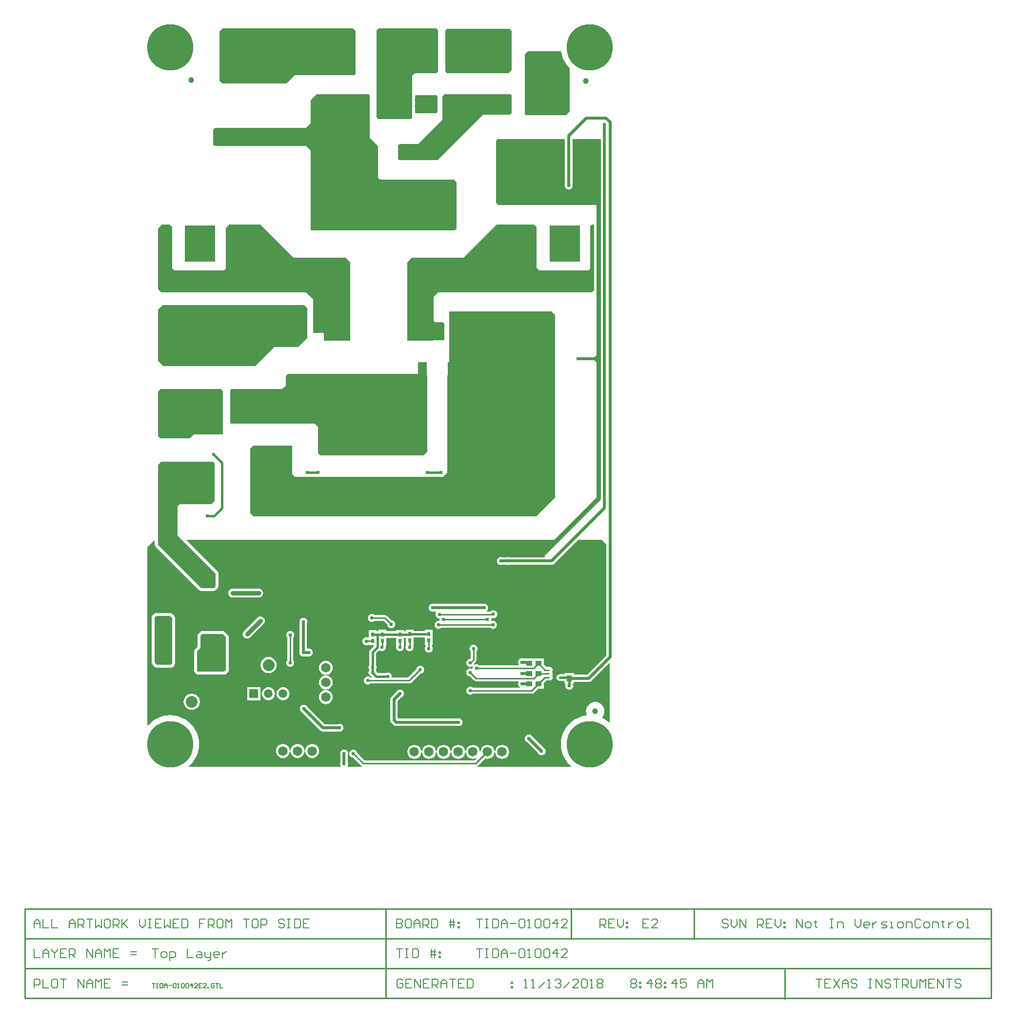
<source format=gtl>
G04*
G04 #@! TF.GenerationSoftware,Altium Limited,Altium Designer,18.1.9 (240)*
G04*
G04 Layer_Physical_Order=1*
G04 Layer_Color=255*
%FSAX25Y25*%
%MOIN*%
G70*
G01*
G75*
%ADD13C,0.01500*%
%ADD17C,0.00800*%
%ADD21C,0.00600*%
%ADD22C,0.01000*%
%ADD29C,0.03937*%
%ADD30O,0.01968X0.00984*%
%ADD31R,0.03937X0.03740*%
%ADD32R,0.22008X0.20984*%
%ADD33R,0.20787X0.25000*%
%ADD34R,0.09843X0.12598*%
%ADD36R,0.03740X0.03937*%
%ADD37R,0.06299X0.20866*%
%ADD48R,0.06496X0.06496*%
%ADD49C,0.06496*%
%ADD63R,0.02559X0.05315*%
%ADD64R,0.02362X0.03150*%
%ADD65C,0.02000*%
%ADD66C,0.03000*%
%ADD67R,0.06102X0.06102*%
%ADD68C,0.06102*%
%ADD69C,0.08268*%
G04:AMPARAMS|DCode=70|XSize=82.68mil|YSize=82.68mil|CornerRadius=20.67mil|HoleSize=0mil|Usage=FLASHONLY|Rotation=180.000|XOffset=0mil|YOffset=0mil|HoleType=Round|Shape=RoundedRectangle|*
%AMROUNDEDRECTD70*
21,1,0.08268,0.04134,0,0,180.0*
21,1,0.04134,0.08268,0,0,180.0*
1,1,0.04134,-0.02067,0.02067*
1,1,0.04134,0.02067,0.02067*
1,1,0.04134,0.02067,-0.02067*
1,1,0.04134,-0.02067,-0.02067*
%
%ADD70ROUNDEDRECTD70*%
G04:AMPARAMS|DCode=71|XSize=82.68mil|YSize=82.68mil|CornerRadius=20.67mil|HoleSize=0mil|Usage=FLASHONLY|Rotation=270.000|XOffset=0mil|YOffset=0mil|HoleType=Round|Shape=RoundedRectangle|*
%AMROUNDEDRECTD71*
21,1,0.08268,0.04134,0,0,270.0*
21,1,0.04134,0.08268,0,0,270.0*
1,1,0.04134,-0.02067,-0.02067*
1,1,0.04134,-0.02067,0.02067*
1,1,0.04134,0.02067,0.02067*
1,1,0.04134,0.02067,-0.02067*
%
%ADD71ROUNDEDRECTD71*%
%ADD72R,0.05906X0.05906*%
%ADD73C,0.05906*%
%ADD74R,0.06496X0.06496*%
G04:AMPARAMS|DCode=75|XSize=61.02mil|YSize=61.02mil|CornerRadius=1.83mil|HoleSize=0mil|Usage=FLASHONLY|Rotation=0.000|XOffset=0mil|YOffset=0mil|HoleType=Round|Shape=RoundedRectangle|*
%AMROUNDEDRECTD75*
21,1,0.06102,0.05736,0,0,0.0*
21,1,0.05736,0.06102,0,0,0.0*
1,1,0.00366,0.02868,-0.02868*
1,1,0.00366,-0.02868,-0.02868*
1,1,0.00366,-0.02868,0.02868*
1,1,0.00366,0.02868,0.02868*
%
%ADD75ROUNDEDRECTD75*%
%ADD76C,0.31496*%
%ADD77C,0.08000*%
%ADD78C,0.02400*%
%ADD79C,0.01968*%
G36*
X0322219Y0701400D02*
X0322219Y0672800D01*
X0321019Y0671600D01*
X0306319Y0671600D01*
X0304619Y0669900D01*
X0304619Y0641400D01*
X0303619Y0640400D01*
X0281519D01*
X0280319Y0641600D01*
Y0656000D01*
X0280319Y0701000D01*
X0281719Y0702400D01*
X0321219Y0702400D01*
X0322219Y0701400D01*
D02*
G37*
G36*
X0372719Y0700400D02*
X0372719Y0673900D01*
X0370419Y0671600D01*
X0343119Y0671600D01*
X0328419Y0671600D01*
X0327219Y0672800D01*
X0327219Y0700900D01*
X0328219Y0701900D01*
X0371219D01*
X0372719Y0700400D01*
D02*
G37*
G36*
X0265919Y0700700D02*
Y0681800D01*
Y0671300D01*
X0264819Y0670200D01*
X0224419D01*
X0223219Y0669000D01*
X0218719Y0664500D01*
X0217119D01*
X0174919Y0664500D01*
X0173019Y0666400D01*
Y0700200D01*
X0175219Y0702400D01*
X0264219Y0702400D01*
X0265919Y0700700D01*
D02*
G37*
G36*
X0321119Y0656500D02*
X0321819Y0655800D01*
Y0645100D01*
X0321119Y0644400D01*
X0307319Y0644400D01*
X0306658Y0645061D01*
X0306658Y0656139D01*
X0307019Y0656500D01*
X0321119Y0656500D01*
D02*
G37*
G36*
X0406938Y0684089D02*
X0407770Y0681637D01*
X0408915Y0679316D01*
X0410353Y0677163D01*
X0412060Y0675217D01*
X0412219Y0675077D01*
X0412219Y0645400D01*
X0409619Y0642800D01*
X0393119Y0642800D01*
X0382619D01*
X0381719Y0643700D01*
Y0663300D01*
Y0684700D01*
X0383619Y0686600D01*
X0406438D01*
X0406938Y0684089D01*
D02*
G37*
G36*
X0372519Y0656400D02*
Y0644500D01*
X0371280Y0643261D01*
X0352880D01*
X0322019Y0612400D01*
X0295819Y0612400D01*
X0294919Y0613300D01*
X0294919Y0622300D01*
X0295919Y0623300D01*
X0308619D01*
X0311519Y0626200D01*
X0325319Y0640000D01*
Y0641000D01*
Y0655900D01*
X0326519Y0657100D01*
X0371819D01*
X0372519Y0656400D01*
D02*
G37*
G36*
X0409070Y0626600D02*
Y0621902D01*
X0408988Y0621705D01*
X0408896Y0621000D01*
X0408988Y0620295D01*
X0409070Y0620098D01*
Y0595943D01*
X0408888Y0595505D01*
X0408796Y0594800D01*
X0408888Y0594095D01*
X0409160Y0593438D01*
X0409593Y0592874D01*
X0410157Y0592442D01*
X0410814Y0592170D01*
X0411519Y0592077D01*
X0412224Y0592170D01*
X0412881Y0592442D01*
X0413445Y0592874D01*
X0413877Y0593438D01*
X0414149Y0594095D01*
X0414242Y0594800D01*
X0414168Y0595365D01*
Y0620098D01*
X0414249Y0620295D01*
X0414342Y0621000D01*
X0414249Y0621705D01*
X0414168Y0621902D01*
Y0626600D01*
X0433470Y0626600D01*
Y0582651D01*
X0432319Y0581500D01*
X0380419Y0581500D01*
X0363719D01*
X0361919Y0583300D01*
Y0625700D01*
X0362819Y0626600D01*
X0363919D01*
X0409070Y0626600D01*
D02*
G37*
G36*
X0275719Y0656500D02*
Y0627600D01*
X0281419Y0621900D01*
X0281419Y0600100D01*
X0282719Y0598800D01*
X0333417Y0598800D01*
X0334819Y0597398D01*
X0334819Y0565200D01*
X0333719Y0564100D01*
X0235919D01*
X0235419Y0564600D01*
Y0565600D01*
Y0618700D01*
X0232219Y0621900D01*
X0169719D01*
X0168719Y0622900D01*
Y0633400D01*
X0169719Y0634400D01*
X0232219D01*
X0235419Y0637600D01*
Y0653300D01*
X0238119Y0656000D01*
X0239519Y0657400D01*
X0274819D01*
X0275719Y0656500D01*
D02*
G37*
G36*
X0208419Y0560800D02*
X0223519Y0545700D01*
X0259019D01*
X0262219Y0542500D01*
Y0489000D01*
X0262119Y0488900D01*
X0244619D01*
X0244419Y0489100D01*
Y0493800D01*
X0243919Y0494300D01*
X0237319D01*
X0237019Y0494600D01*
Y0505500D01*
Y0517400D01*
X0232419Y0522000D01*
X0133219D01*
X0130819Y0524400D01*
Y0565300D01*
X0130719Y0565400D01*
X0133519Y0568200D01*
X0138919D01*
X0140519Y0566600D01*
Y0538700D01*
X0142319Y0536900D01*
X0175919D01*
X0177219Y0538200D01*
Y0565800D01*
X0179619Y0568200D01*
X0201019D01*
X0208419Y0560800D01*
D02*
G37*
G36*
X0388080Y0568200D02*
X0389680Y0566600D01*
Y0538700D01*
X0391479Y0536900D01*
X0425079D01*
X0426379Y0538200D01*
X0426379Y0567361D01*
X0427219Y0568200D01*
X0427716Y0568207D01*
X0428712Y0568207D01*
X0429093Y0567826D01*
Y0523574D01*
X0427526Y0522007D01*
X0322626Y0522007D01*
X0319419Y0518800D01*
X0319419Y0502500D01*
X0320319Y0501600D01*
X0325519D01*
X0326477Y0500642D01*
X0326477Y0489758D01*
X0325826Y0489107D01*
X0319077Y0489107D01*
X0318877Y0488907D01*
X0301377D01*
X0301277Y0489007D01*
Y0542507D01*
X0304477Y0545707D01*
X0339977D01*
X0355077Y0560807D01*
X0362477Y0568207D01*
X0387582D01*
X0388080Y0568200D01*
D02*
G37*
G36*
X0232819Y0511400D02*
Y0490900D01*
X0226519Y0484600D01*
X0210219D01*
X0197319Y0471700D01*
X0197319Y0471700D01*
X0134219D01*
X0130819Y0475100D01*
Y0510000D01*
X0134019Y0513200D01*
X0231019D01*
X0232819Y0511400D01*
D02*
G37*
G36*
X0314919Y0465371D02*
Y0413200D01*
X0312319Y0410600D01*
X0241719D01*
X0241519Y0410800D01*
X0240319Y0412000D01*
Y0423400D01*
Y0430000D01*
X0240019Y0430300D01*
X0238219Y0432100D01*
X0192219D01*
X0180819Y0432100D01*
X0180219Y0432700D01*
X0180219Y0432700D01*
Y0455000D01*
X0181019Y0455800D01*
X0181019D01*
X0185419Y0455800D01*
X0191719Y0455800D01*
X0191719Y0455800D01*
X0215719D01*
X0216819Y0456900D01*
X0218319Y0458400D01*
Y0464700D01*
X0219789Y0466171D01*
X0314119D01*
X0314919Y0465371D01*
D02*
G37*
G36*
X0175319Y0454400D02*
X0175419Y0454300D01*
Y0445200D01*
Y0425200D01*
X0175219Y0425000D01*
X0155319D01*
X0152519Y0422200D01*
X0132619Y0422200D01*
X0130819Y0424000D01*
X0130819Y0454000D01*
X0132619Y0455800D01*
X0173919D01*
X0175319Y0454400D01*
D02*
G37*
G36*
X0402319Y0506600D02*
Y0417700D01*
Y0381900D01*
X0399919Y0379500D01*
X0389419Y0369000D01*
X0196387Y0369000D01*
X0194119Y0371268D01*
X0194119Y0415200D01*
X0196119Y0417200D01*
X0216419Y0417200D01*
X0222319D01*
X0222619Y0416900D01*
Y0411400D01*
X0222619Y0397900D01*
X0224519Y0396000D01*
X0325719Y0396000D01*
X0328619Y0398900D01*
X0328619Y0465200D01*
X0329919Y0466500D01*
Y0508600D01*
X0330219Y0508900D01*
X0400019D01*
X0402319Y0506600D01*
D02*
G37*
G36*
X0437270Y0349849D02*
Y0273956D01*
X0424214Y0260899D01*
X0415239D01*
Y0261819D01*
X0408499D01*
Y0261235D01*
X0405609D01*
X0404732Y0261060D01*
X0404380Y0260825D01*
X0404340Y0260818D01*
X0404314Y0260800D01*
X0403681Y0260377D01*
X0403241Y0259718D01*
X0403086Y0258941D01*
X0403241Y0258164D01*
X0403681Y0257505D01*
X0404340Y0257064D01*
X0404380Y0257056D01*
X0404732Y0256821D01*
X0405609Y0256647D01*
X0408499D01*
Y0254882D01*
X0409078D01*
X0409395Y0254382D01*
X0409239Y0254005D01*
X0409146Y0253300D01*
X0409239Y0252595D01*
X0409511Y0251938D01*
X0409944Y0251374D01*
X0410508Y0250942D01*
X0411164Y0250670D01*
X0411869Y0250577D01*
X0412574Y0250670D01*
X0413231Y0250942D01*
X0413795Y0251374D01*
X0414228Y0251938D01*
X0414500Y0252595D01*
X0414593Y0253300D01*
X0414500Y0254005D01*
X0414344Y0254382D01*
X0414661Y0254882D01*
X0415239D01*
Y0255801D01*
X0425269D01*
X0426245Y0255995D01*
X0427072Y0256548D01*
X0439257Y0268733D01*
X0439719Y0268542D01*
Y0228288D01*
X0439263Y0228081D01*
X0438101Y0229101D01*
X0435949Y0230539D01*
X0434632Y0231188D01*
X0434497Y0231812D01*
X0434972Y0232390D01*
X0435555Y0233482D01*
X0435915Y0234667D01*
X0436036Y0235900D01*
X0435915Y0237133D01*
X0435555Y0238318D01*
X0434972Y0239410D01*
X0434186Y0240367D01*
X0433229Y0241153D01*
X0432136Y0241737D01*
X0430951Y0242096D01*
X0429719Y0242217D01*
X0428486Y0242096D01*
X0427301Y0241737D01*
X0426209Y0241153D01*
X0425252Y0240367D01*
X0424466Y0239410D01*
X0423882Y0238318D01*
X0423523Y0237133D01*
X0423401Y0235900D01*
X0423523Y0234667D01*
X0423863Y0233548D01*
X0423770Y0233255D01*
X0423646Y0233033D01*
X0423470Y0233021D01*
X0420931Y0232516D01*
X0418480Y0231684D01*
X0416158Y0230539D01*
X0414006Y0229101D01*
X0412060Y0227394D01*
X0410353Y0225448D01*
X0408915Y0223295D01*
X0407770Y0220973D01*
X0406938Y0218522D01*
X0406432Y0215983D01*
X0406263Y0213400D01*
X0406432Y0210817D01*
X0406938Y0208278D01*
X0407770Y0205826D01*
X0408915Y0203505D01*
X0410353Y0201352D01*
X0412060Y0199406D01*
X0413188Y0198417D01*
X0413011Y0197949D01*
X0349399D01*
X0349248Y0198449D01*
X0349561Y0198658D01*
X0354524Y0203621D01*
X0354879Y0203474D01*
X0356119Y0203311D01*
X0357358Y0203474D01*
X0358513Y0203953D01*
X0359505Y0204714D01*
X0360266Y0205705D01*
X0360745Y0206860D01*
X0360867Y0207787D01*
X0361371D01*
X0361493Y0206860D01*
X0361971Y0205705D01*
X0362733Y0204714D01*
X0363724Y0203953D01*
X0364879Y0203474D01*
X0366119Y0203311D01*
X0367358Y0203474D01*
X0368513Y0203953D01*
X0369505Y0204714D01*
X0370266Y0205705D01*
X0370745Y0206860D01*
X0370908Y0208100D01*
X0370745Y0209339D01*
X0370266Y0210494D01*
X0369505Y0211486D01*
X0368513Y0212247D01*
X0367358Y0212726D01*
X0366119Y0212889D01*
X0364879Y0212726D01*
X0363724Y0212247D01*
X0362733Y0211486D01*
X0361971Y0210494D01*
X0361493Y0209339D01*
X0361371Y0208413D01*
X0360867D01*
X0360745Y0209339D01*
X0360266Y0210494D01*
X0359505Y0211486D01*
X0358513Y0212247D01*
X0357358Y0212726D01*
X0356119Y0212889D01*
X0354879Y0212726D01*
X0353724Y0212247D01*
X0352733Y0211486D01*
X0351972Y0210494D01*
X0351493Y0209339D01*
X0351371Y0208413D01*
X0350867D01*
X0350745Y0209339D01*
X0350266Y0210494D01*
X0349505Y0211486D01*
X0348513Y0212247D01*
X0347358Y0212726D01*
X0346119Y0212889D01*
X0344879Y0212726D01*
X0343724Y0212247D01*
X0342733Y0211486D01*
X0341971Y0210494D01*
X0341493Y0209339D01*
X0341371Y0208413D01*
X0340867D01*
X0340745Y0209339D01*
X0340266Y0210494D01*
X0339505Y0211486D01*
X0338513Y0212247D01*
X0337358Y0212726D01*
X0336119Y0212889D01*
X0334879Y0212726D01*
X0333724Y0212247D01*
X0332733Y0211486D01*
X0331972Y0210494D01*
X0331493Y0209339D01*
X0331371Y0208413D01*
X0330867D01*
X0330745Y0209339D01*
X0330266Y0210494D01*
X0329505Y0211486D01*
X0328513Y0212247D01*
X0327358Y0212726D01*
X0326119Y0212889D01*
X0324879Y0212726D01*
X0323724Y0212247D01*
X0322733Y0211486D01*
X0321972Y0210494D01*
X0321493Y0209339D01*
X0321371Y0208413D01*
X0320867D01*
X0320745Y0209339D01*
X0320266Y0210494D01*
X0319505Y0211486D01*
X0318513Y0212247D01*
X0317358Y0212726D01*
X0316119Y0212889D01*
X0314879Y0212726D01*
X0313724Y0212247D01*
X0312733Y0211486D01*
X0311971Y0210494D01*
X0311493Y0209339D01*
X0311371Y0208413D01*
X0310867D01*
X0310745Y0209339D01*
X0310266Y0210494D01*
X0309505Y0211486D01*
X0308513Y0212247D01*
X0307358Y0212726D01*
X0306119Y0212889D01*
X0304879Y0212726D01*
X0303724Y0212247D01*
X0302733Y0211486D01*
X0301972Y0210494D01*
X0301493Y0209339D01*
X0301330Y0208100D01*
X0301493Y0206860D01*
X0301972Y0205705D01*
X0302733Y0204714D01*
X0303724Y0203953D01*
X0304879Y0203474D01*
X0306119Y0203311D01*
X0307358Y0203474D01*
X0308513Y0203953D01*
X0309505Y0204714D01*
X0310266Y0205705D01*
X0310745Y0206860D01*
X0310867Y0207787D01*
X0311371D01*
X0311493Y0206860D01*
X0311971Y0205705D01*
X0312733Y0204714D01*
X0313724Y0203953D01*
X0314879Y0203474D01*
X0316119Y0203311D01*
X0317358Y0203474D01*
X0318513Y0203953D01*
X0319505Y0204714D01*
X0320266Y0205705D01*
X0320745Y0206860D01*
X0320867Y0207787D01*
X0321371D01*
X0321493Y0206860D01*
X0321972Y0205705D01*
X0322733Y0204714D01*
X0323724Y0203953D01*
X0324879Y0203474D01*
X0326119Y0203311D01*
X0327358Y0203474D01*
X0328513Y0203953D01*
X0329505Y0204714D01*
X0330266Y0205705D01*
X0330745Y0206860D01*
X0330867Y0207787D01*
X0331371D01*
X0331493Y0206860D01*
X0331972Y0205705D01*
X0332733Y0204714D01*
X0333724Y0203953D01*
X0334879Y0203474D01*
X0336119Y0203311D01*
X0337358Y0203474D01*
X0338513Y0203953D01*
X0339505Y0204714D01*
X0340266Y0205705D01*
X0340745Y0206860D01*
X0340867Y0207787D01*
X0341371D01*
X0341493Y0206860D01*
X0341971Y0205705D01*
X0342733Y0204714D01*
X0343724Y0203953D01*
X0344879Y0203474D01*
X0346119Y0203311D01*
X0347358Y0203474D01*
X0348287Y0203859D01*
X0348570Y0203435D01*
X0347274Y0202139D01*
X0272163D01*
X0267113Y0207189D01*
X0267045Y0207709D01*
X0266773Y0208366D01*
X0266340Y0208930D01*
X0265776Y0209362D01*
X0265119Y0209634D01*
X0264414Y0209727D01*
X0263709Y0209634D01*
X0263053Y0209362D01*
X0262489Y0208930D01*
X0262056Y0208366D01*
X0261784Y0207709D01*
X0261691Y0207004D01*
X0261784Y0206299D01*
X0262056Y0205642D01*
X0262489Y0205078D01*
X0263053Y0204645D01*
X0263709Y0204373D01*
X0264229Y0204305D01*
X0269876Y0198658D01*
X0269876Y0198658D01*
X0270189Y0198449D01*
X0270037Y0197949D01*
X0260667D01*
X0260446Y0198397D01*
X0260477Y0198438D01*
X0260749Y0199095D01*
X0260842Y0199800D01*
X0260749Y0200505D01*
X0260668Y0200702D01*
Y0206112D01*
X0260746Y0206299D01*
X0260838Y0207004D01*
X0260746Y0207709D01*
X0260473Y0208366D01*
X0260041Y0208930D01*
X0259477Y0209362D01*
X0258820Y0209634D01*
X0258115Y0209727D01*
X0257410Y0209634D01*
X0256753Y0209362D01*
X0256189Y0208930D01*
X0255756Y0208366D01*
X0255484Y0207709D01*
X0255392Y0207004D01*
X0255484Y0206299D01*
X0255570Y0206093D01*
Y0200702D01*
X0255488Y0200505D01*
X0255396Y0199800D01*
X0255488Y0199095D01*
X0255760Y0198438D01*
X0255792Y0198397D01*
X0255571Y0197949D01*
X0152261D01*
X0152085Y0198417D01*
X0153213Y0199406D01*
X0154920Y0201352D01*
X0156358Y0203505D01*
X0157503Y0205826D01*
X0158335Y0208278D01*
X0158840Y0210817D01*
X0159009Y0213400D01*
X0158840Y0215983D01*
X0158335Y0218522D01*
X0157503Y0220973D01*
X0156358Y0223295D01*
X0154920Y0225448D01*
X0153213Y0227394D01*
X0151267Y0229101D01*
X0149114Y0230539D01*
X0146792Y0231684D01*
X0144341Y0232516D01*
X0141802Y0233021D01*
X0139219Y0233190D01*
X0136636Y0233021D01*
X0134097Y0232516D01*
X0131645Y0231684D01*
X0129324Y0230539D01*
X0127171Y0229101D01*
X0125225Y0227394D01*
X0124236Y0226266D01*
X0123768Y0226442D01*
Y0348049D01*
X0128280Y0352561D01*
X0128780Y0352354D01*
Y0349700D01*
X0128780Y0349700D01*
X0128935Y0348920D01*
X0129377Y0348258D01*
X0129377Y0348258D01*
X0159077Y0318558D01*
X0159739Y0318116D01*
X0160519Y0317961D01*
X0168819Y0317961D01*
X0169599Y0318116D01*
X0170261Y0318558D01*
X0170261Y0318558D01*
X0171661Y0319958D01*
X0171661Y0319958D01*
X0172103Y0320620D01*
X0172258Y0321400D01*
X0172258Y0330000D01*
X0172103Y0330780D01*
X0171661Y0331442D01*
X0162861Y0340242D01*
X0150665Y0352438D01*
X0150856Y0352900D01*
X0405266D01*
X0405457Y0352438D01*
X0395319Y0342300D01*
Y0340980D01*
X0371151D01*
X0370954Y0341061D01*
X0370250Y0341154D01*
X0369545Y0341061D01*
X0369348Y0340980D01*
X0366151D01*
X0365954Y0341061D01*
X0365250Y0341154D01*
X0364545Y0341061D01*
X0363888Y0340789D01*
X0363324Y0340356D01*
X0362891Y0339792D01*
X0362619Y0339136D01*
X0362526Y0338431D01*
X0362619Y0337726D01*
X0362891Y0337069D01*
X0363324Y0336505D01*
X0363888Y0336072D01*
X0364545Y0335800D01*
X0365250Y0335707D01*
X0365954Y0335800D01*
X0366151Y0335882D01*
X0369348D01*
X0369545Y0335800D01*
X0370250Y0335707D01*
X0370954Y0335800D01*
X0371151Y0335882D01*
X0399850D01*
X0400825Y0336076D01*
X0401652Y0336628D01*
X0417924Y0352900D01*
X0434219D01*
X0437270Y0349849D01*
D02*
G37*
G36*
X0169619Y0405200D02*
Y0393500D01*
Y0379400D01*
X0169019Y0378800D01*
X0167319Y0377100D01*
X0145519D01*
X0144419Y0376000D01*
Y0370700D01*
Y0355800D01*
X0161419Y0338800D01*
X0170219Y0330000D01*
X0170219Y0321400D01*
X0168819Y0320000D01*
X0160519Y0320000D01*
X0130819Y0349700D01*
Y0359700D01*
Y0379344D01*
X0130998Y0379521D01*
X0130819Y0379700D01*
X0130819Y0403900D01*
X0131319Y0404400D01*
X0133019Y0406100D01*
X0168719D01*
X0169619Y0405200D01*
D02*
G37*
%LPC*%
G36*
X0199819Y0319626D02*
X0181919D01*
X0181136Y0319523D01*
X0180406Y0319220D01*
X0179779Y0318740D01*
X0179298Y0318113D01*
X0178996Y0317383D01*
X0178893Y0316600D01*
X0178996Y0315817D01*
X0179298Y0315087D01*
X0179779Y0314460D01*
X0180406Y0313980D01*
X0181136Y0313677D01*
X0181919Y0313574D01*
X0199819D01*
X0200602Y0313677D01*
X0201332Y0313980D01*
X0201958Y0314460D01*
X0202439Y0315087D01*
X0202742Y0315817D01*
X0202845Y0316600D01*
X0202742Y0317383D01*
X0202439Y0318113D01*
X0201958Y0318740D01*
X0201332Y0319220D01*
X0200602Y0319523D01*
X0199819Y0319626D01*
D02*
G37*
G36*
X0353819Y0309323D02*
X0353114Y0309230D01*
X0352917Y0309149D01*
X0319521D01*
X0319324Y0309230D01*
X0318619Y0309323D01*
X0317914Y0309230D01*
X0317257Y0308958D01*
X0316693Y0308526D01*
X0316260Y0307962D01*
X0315988Y0307305D01*
X0315896Y0306600D01*
X0315988Y0305895D01*
X0316260Y0305238D01*
X0316693Y0304674D01*
X0317257Y0304242D01*
X0317914Y0303970D01*
X0318619Y0303877D01*
X0319324Y0303970D01*
X0319521Y0304051D01*
X0320759D01*
X0321006Y0303551D01*
X0320860Y0303362D01*
X0320588Y0302705D01*
X0320496Y0302000D01*
X0320588Y0301295D01*
X0320860Y0300638D01*
X0321293Y0300074D01*
X0321857Y0299642D01*
X0322514Y0299370D01*
X0322926Y0299315D01*
X0323227Y0299243D01*
X0323333Y0298787D01*
X0323296Y0298500D01*
X0323371Y0297929D01*
X0323138Y0297600D01*
X0322979Y0297476D01*
X0322619Y0297523D01*
X0321914Y0297430D01*
X0321257Y0297158D01*
X0320693Y0296726D01*
X0320260Y0296162D01*
X0319988Y0295505D01*
X0319896Y0294800D01*
X0319988Y0294095D01*
X0320260Y0293438D01*
X0320693Y0292874D01*
X0321257Y0292442D01*
X0321914Y0292169D01*
X0322619Y0292077D01*
X0323324Y0292169D01*
X0323980Y0292442D01*
X0324397Y0292761D01*
X0358041D01*
X0358457Y0292442D01*
X0359114Y0292169D01*
X0359819Y0292077D01*
X0360524Y0292169D01*
X0361180Y0292442D01*
X0361744Y0292874D01*
X0362177Y0293438D01*
X0362449Y0294095D01*
X0362542Y0294800D01*
X0362449Y0295505D01*
X0362177Y0296162D01*
X0361744Y0296726D01*
X0361180Y0297158D01*
X0360524Y0297430D01*
X0359819Y0297523D01*
X0359141Y0297434D01*
X0358922Y0297596D01*
X0358915Y0297603D01*
X0358753Y0297822D01*
X0358842Y0298500D01*
X0358749Y0299205D01*
X0359133Y0299586D01*
X0359414Y0299469D01*
X0360119Y0299377D01*
X0360824Y0299469D01*
X0361480Y0299742D01*
X0362045Y0300174D01*
X0362477Y0300738D01*
X0362749Y0301395D01*
X0362842Y0302100D01*
X0362749Y0302805D01*
X0362477Y0303462D01*
X0362045Y0304026D01*
X0361480Y0304458D01*
X0360824Y0304731D01*
X0360119Y0304823D01*
X0359414Y0304731D01*
X0358757Y0304458D01*
X0358211Y0304039D01*
X0355738D01*
X0355568Y0304539D01*
X0355745Y0304674D01*
X0356177Y0305238D01*
X0356449Y0305895D01*
X0356542Y0306600D01*
X0356449Y0307305D01*
X0356177Y0307962D01*
X0355745Y0308526D01*
X0355181Y0308958D01*
X0354524Y0309230D01*
X0353819Y0309323D01*
D02*
G37*
G36*
X0277119Y0302223D02*
X0276414Y0302131D01*
X0275757Y0301858D01*
X0275193Y0301426D01*
X0274760Y0300862D01*
X0274488Y0300205D01*
X0274396Y0299500D01*
X0274488Y0298795D01*
X0274760Y0298138D01*
X0275193Y0297574D01*
X0275757Y0297142D01*
X0276414Y0296869D01*
X0277119Y0296777D01*
X0277824Y0296869D01*
X0278481Y0297142D01*
X0278897Y0297461D01*
X0285174D01*
X0287593Y0295042D01*
X0287662Y0294522D01*
X0287934Y0293865D01*
X0288367Y0293301D01*
X0288931Y0292868D01*
X0289587Y0292596D01*
X0290292Y0292503D01*
X0290997Y0292596D01*
X0291654Y0292868D01*
X0292218Y0293301D01*
X0292651Y0293865D01*
X0292923Y0294522D01*
X0293016Y0295227D01*
X0292923Y0295931D01*
X0292651Y0296588D01*
X0292218Y0297152D01*
X0291654Y0297585D01*
X0290997Y0297857D01*
X0290477Y0297926D01*
X0287461Y0300942D01*
X0286799Y0301384D01*
X0286019Y0301539D01*
X0278897D01*
X0278481Y0301858D01*
X0277824Y0302131D01*
X0277119Y0302223D01*
D02*
G37*
G36*
X0318623Y0291490D02*
X0313261D01*
Y0290709D01*
X0305673D01*
Y0291490D01*
X0300311D01*
Y0290609D01*
X0298973D01*
Y0291390D01*
X0293611D01*
Y0290659D01*
X0286900D01*
Y0291440D01*
X0281538D01*
Y0290559D01*
X0280450D01*
Y0291340D01*
X0275088D01*
Y0286376D01*
X0274891Y0286223D01*
X0274588Y0286097D01*
X0274024Y0286331D01*
X0273319Y0286423D01*
X0272614Y0286331D01*
X0271957Y0286058D01*
X0271393Y0285626D01*
X0270960Y0285062D01*
X0270688Y0284405D01*
X0270596Y0283700D01*
X0270688Y0282995D01*
X0270960Y0282338D01*
X0271393Y0281774D01*
X0271957Y0281342D01*
X0272614Y0281069D01*
X0273319Y0280977D01*
X0274024Y0281069D01*
X0274588Y0281303D01*
X0275088Y0281096D01*
Y0280860D01*
X0278227D01*
X0278434Y0280360D01*
X0275897Y0277822D01*
X0275399Y0277078D01*
X0275225Y0276200D01*
Y0267345D01*
X0275160Y0267262D01*
X0274888Y0266605D01*
X0274796Y0265900D01*
X0274888Y0265195D01*
X0275160Y0264538D01*
X0275225Y0264455D01*
Y0263646D01*
X0275160Y0263562D01*
X0274888Y0262905D01*
X0274796Y0262200D01*
X0274888Y0261495D01*
X0275160Y0260838D01*
X0275593Y0260274D01*
X0276157Y0259842D01*
X0276814Y0259570D01*
X0276963Y0259339D01*
X0276704Y0258839D01*
X0275997D01*
X0275581Y0259158D01*
X0274924Y0259431D01*
X0274219Y0259523D01*
X0273514Y0259431D01*
X0272857Y0259158D01*
X0272293Y0258726D01*
X0271860Y0258162D01*
X0271588Y0257505D01*
X0271496Y0256800D01*
X0271588Y0256095D01*
X0271860Y0255438D01*
X0272293Y0254874D01*
X0272857Y0254442D01*
X0273514Y0254170D01*
X0274219Y0254077D01*
X0274924Y0254170D01*
X0275581Y0254442D01*
X0275997Y0254761D01*
X0302619D01*
X0303399Y0254916D01*
X0304061Y0255358D01*
X0310304Y0261601D01*
X0310824Y0261669D01*
X0311480Y0261942D01*
X0312045Y0262374D01*
X0312477Y0262938D01*
X0312749Y0263595D01*
X0312842Y0264300D01*
X0312749Y0265005D01*
X0312477Y0265662D01*
X0312045Y0266226D01*
X0311480Y0266658D01*
X0310824Y0266931D01*
X0310119Y0267023D01*
X0309414Y0266931D01*
X0308757Y0266658D01*
X0308193Y0266226D01*
X0307760Y0265662D01*
X0307488Y0265005D01*
X0307420Y0264485D01*
X0301774Y0258839D01*
X0291110D01*
X0290672Y0259339D01*
X0290706Y0259600D01*
X0290613Y0260305D01*
X0290341Y0260962D01*
X0289908Y0261526D01*
X0289344Y0261958D01*
X0288687Y0262230D01*
X0287983Y0262323D01*
X0287278Y0262230D01*
X0286621Y0261958D01*
X0286537Y0261894D01*
X0281069D01*
X0280163Y0262800D01*
X0280149Y0262905D01*
X0279877Y0263562D01*
X0279813Y0263646D01*
Y0264455D01*
X0279877Y0264538D01*
X0280149Y0265195D01*
X0280242Y0265900D01*
X0280149Y0266605D01*
X0279877Y0267262D01*
X0279813Y0267345D01*
Y0275250D01*
X0282118Y0277555D01*
X0282657Y0277142D01*
X0283314Y0276870D01*
X0284019Y0276777D01*
X0284724Y0276870D01*
X0285381Y0277142D01*
X0285945Y0277574D01*
X0286377Y0278138D01*
X0286649Y0278795D01*
X0286742Y0279500D01*
X0286649Y0280205D01*
X0286544Y0280460D01*
X0286878Y0280960D01*
X0286900D01*
Y0286071D01*
X0293611D01*
Y0280909D01*
X0293611D01*
X0293773Y0280410D01*
X0293688Y0280205D01*
X0293596Y0279500D01*
X0293688Y0278795D01*
X0293960Y0278138D01*
X0294393Y0277574D01*
X0294957Y0277142D01*
X0295614Y0276870D01*
X0296319Y0276777D01*
X0297024Y0276870D01*
X0297680Y0277142D01*
X0298245Y0277574D01*
X0298677Y0278138D01*
X0298949Y0278795D01*
X0299042Y0279500D01*
X0298949Y0280205D01*
X0298865Y0280410D01*
X0298973Y0280909D01*
X0298973D01*
X0298973Y0280909D01*
Y0286021D01*
X0300311D01*
Y0281010D01*
X0300311Y0281010D01*
X0300311D01*
X0300279Y0280523D01*
X0300188Y0280305D01*
X0300096Y0279600D01*
X0300188Y0278895D01*
X0300460Y0278238D01*
X0300893Y0277674D01*
X0301457Y0277242D01*
X0302114Y0276970D01*
X0302819Y0276877D01*
X0303524Y0276970D01*
X0304181Y0277242D01*
X0304745Y0277674D01*
X0305177Y0278238D01*
X0305449Y0278895D01*
X0305542Y0279600D01*
X0305449Y0280305D01*
X0305365Y0280509D01*
X0305673Y0281010D01*
X0305673D01*
Y0286121D01*
X0313261D01*
Y0281010D01*
X0313903D01*
Y0280278D01*
X0313660Y0279962D01*
X0313388Y0279305D01*
X0313296Y0278600D01*
X0313388Y0277895D01*
X0313660Y0277238D01*
X0314093Y0276674D01*
X0314657Y0276242D01*
X0315314Y0275970D01*
X0316019Y0275877D01*
X0316724Y0275970D01*
X0317380Y0276242D01*
X0317945Y0276674D01*
X0318377Y0277238D01*
X0318649Y0277895D01*
X0318742Y0278600D01*
X0318649Y0279305D01*
X0318377Y0279962D01*
X0317982Y0280478D01*
Y0281010D01*
X0318623D01*
Y0285340D01*
Y0291490D01*
D02*
G37*
G36*
X0200919Y0300626D02*
X0200136Y0300523D01*
X0199406Y0300220D01*
X0198779Y0299740D01*
X0189679Y0290640D01*
X0189198Y0290013D01*
X0188896Y0289283D01*
X0188793Y0288500D01*
X0188896Y0287717D01*
X0189198Y0286987D01*
X0189679Y0286360D01*
X0190306Y0285879D01*
X0191036Y0285577D01*
X0191819Y0285474D01*
X0192602Y0285577D01*
X0193332Y0285879D01*
X0193958Y0286360D01*
X0203059Y0295460D01*
X0203539Y0296087D01*
X0203842Y0296817D01*
X0203945Y0297600D01*
X0203842Y0298383D01*
X0203539Y0299113D01*
X0203059Y0299740D01*
X0202432Y0300220D01*
X0201702Y0300523D01*
X0200919Y0300626D01*
D02*
G37*
G36*
X0230219Y0299623D02*
X0229514Y0299531D01*
X0228857Y0299258D01*
X0228293Y0298826D01*
X0227860Y0298262D01*
X0227588Y0297605D01*
X0227496Y0296900D01*
X0227588Y0296195D01*
X0227670Y0295998D01*
Y0276465D01*
X0227596Y0275900D01*
X0227688Y0275195D01*
X0227960Y0274538D01*
X0228393Y0273974D01*
X0228957Y0273542D01*
X0229614Y0273270D01*
X0230319Y0273177D01*
X0231024Y0273270D01*
X0231221Y0273351D01*
X0233117D01*
X0233314Y0273270D01*
X0234019Y0273177D01*
X0234724Y0273270D01*
X0235381Y0273542D01*
X0235945Y0273974D01*
X0236377Y0274538D01*
X0236649Y0275195D01*
X0236742Y0275900D01*
X0236649Y0276605D01*
X0236377Y0277262D01*
X0235945Y0277826D01*
X0235381Y0278258D01*
X0234724Y0278531D01*
X0234019Y0278623D01*
X0233314Y0278531D01*
X0233268Y0278511D01*
X0232768Y0278753D01*
Y0295998D01*
X0232849Y0296195D01*
X0232942Y0296900D01*
X0232849Y0297605D01*
X0232577Y0298262D01*
X0232144Y0298826D01*
X0231580Y0299258D01*
X0230924Y0299531D01*
X0230219Y0299623D01*
D02*
G37*
G36*
X0221219Y0290623D02*
X0220514Y0290530D01*
X0219857Y0290258D01*
X0219293Y0289826D01*
X0218860Y0289262D01*
X0218588Y0288605D01*
X0218496Y0287900D01*
X0218588Y0287195D01*
X0218860Y0286538D01*
X0219180Y0286122D01*
Y0270678D01*
X0218860Y0270262D01*
X0218588Y0269605D01*
X0218496Y0268900D01*
X0218588Y0268195D01*
X0218860Y0267538D01*
X0219293Y0266974D01*
X0219857Y0266542D01*
X0220514Y0266269D01*
X0221219Y0266177D01*
X0221924Y0266269D01*
X0222581Y0266542D01*
X0223145Y0266974D01*
X0223577Y0267538D01*
X0223849Y0268195D01*
X0223942Y0268900D01*
X0223849Y0269605D01*
X0223577Y0270262D01*
X0223258Y0270678D01*
Y0286122D01*
X0223577Y0286538D01*
X0223849Y0287195D01*
X0223942Y0287900D01*
X0223849Y0288605D01*
X0223577Y0289262D01*
X0223145Y0289826D01*
X0222581Y0290258D01*
X0221924Y0290530D01*
X0221219Y0290623D01*
D02*
G37*
G36*
X0129614Y0302939D02*
X0128834Y0302784D01*
X0128172Y0302342D01*
X0127342Y0301512D01*
X0126900Y0300850D01*
X0126745Y0300070D01*
Y0269100D01*
X0126900Y0268320D01*
X0127342Y0267658D01*
X0128942Y0266058D01*
X0129604Y0265616D01*
X0130384Y0265461D01*
X0137714D01*
X0139514Y0265461D01*
X0140295Y0265616D01*
X0140956Y0266058D01*
X0141956Y0267058D01*
X0142398Y0267720D01*
X0142553Y0268500D01*
Y0299700D01*
X0142553Y0299700D01*
X0142398Y0300480D01*
X0141956Y0301142D01*
X0140756Y0302342D01*
X0140094Y0302784D01*
X0139314Y0302939D01*
X0129614Y0302939D01*
D02*
G37*
G36*
X0346519Y0281323D02*
X0345814Y0281230D01*
X0345157Y0280958D01*
X0344593Y0280526D01*
X0344160Y0279962D01*
X0343888Y0279305D01*
X0343796Y0278600D01*
X0343888Y0277895D01*
X0344160Y0277238D01*
X0344480Y0276822D01*
Y0271845D01*
X0344134Y0271499D01*
X0343614Y0271430D01*
X0342957Y0271158D01*
X0342393Y0270726D01*
X0341960Y0270162D01*
X0341688Y0269505D01*
X0341596Y0268800D01*
X0341688Y0268095D01*
X0341960Y0267438D01*
X0342393Y0266874D01*
X0342957Y0266442D01*
X0343614Y0266170D01*
X0344319Y0266077D01*
X0345024Y0266170D01*
X0345680Y0266442D01*
X0345751Y0266495D01*
X0346162Y0266180D01*
X0346018Y0265835D01*
X0345931Y0265170D01*
X0345922Y0265155D01*
X0345842Y0265080D01*
X0345458Y0264851D01*
X0345024Y0265031D01*
X0344319Y0265123D01*
X0343614Y0265031D01*
X0342957Y0264758D01*
X0342393Y0264326D01*
X0341960Y0263762D01*
X0341688Y0263105D01*
X0341596Y0262400D01*
X0341688Y0261695D01*
X0341960Y0261038D01*
X0342393Y0260474D01*
X0342957Y0260042D01*
X0343614Y0259770D01*
X0344134Y0259701D01*
X0346977Y0256858D01*
X0346977Y0256858D01*
X0347639Y0256416D01*
X0348419Y0256261D01*
X0348419Y0256261D01*
X0377157D01*
X0377369Y0255761D01*
X0377139Y0255205D01*
X0377046Y0254500D01*
X0377139Y0253795D01*
X0377411Y0253138D01*
X0377844Y0252574D01*
X0378150Y0252339D01*
X0377980Y0251839D01*
X0346197D01*
X0345780Y0252158D01*
X0345124Y0252431D01*
X0344419Y0252523D01*
X0343714Y0252431D01*
X0343057Y0252158D01*
X0342493Y0251726D01*
X0342060Y0251162D01*
X0341788Y0250505D01*
X0341696Y0249800D01*
X0341788Y0249095D01*
X0342060Y0248438D01*
X0342493Y0247874D01*
X0343057Y0247442D01*
X0343714Y0247169D01*
X0344419Y0247077D01*
X0345124Y0247169D01*
X0345780Y0247442D01*
X0346197Y0247761D01*
X0386319D01*
X0387099Y0247916D01*
X0387761Y0248358D01*
X0390533Y0251130D01*
X0394487D01*
Y0255085D01*
X0396304Y0256902D01*
X0398129D01*
X0398169Y0256910D01*
X0398621D01*
X0399398Y0257064D01*
X0400058Y0257505D01*
X0400498Y0258164D01*
X0400652Y0258941D01*
X0400498Y0259718D01*
X0400162Y0260221D01*
X0400498Y0260723D01*
X0400652Y0261500D01*
X0400498Y0262277D01*
X0400467Y0262323D01*
X0400369Y0262470D01*
X0400162Y0262779D01*
X0400369Y0263089D01*
D01*
X0400498Y0263282D01*
X0400652Y0264059D01*
X0400498Y0264836D01*
X0400369Y0265029D01*
X0400058Y0265495D01*
X0399398Y0265936D01*
X0398621Y0266090D01*
X0398169D01*
X0398129Y0266098D01*
X0396304D01*
X0394487Y0267915D01*
Y0271870D01*
X0384216D01*
X0383820Y0271949D01*
X0380670D01*
X0380473Y0272030D01*
X0379768Y0272123D01*
X0379064Y0272030D01*
X0378407Y0271758D01*
X0377843Y0271326D01*
X0377410Y0270762D01*
X0377138Y0270105D01*
X0377045Y0269400D01*
X0377138Y0268695D01*
X0377410Y0268038D01*
X0377693Y0267669D01*
X0377448Y0267169D01*
X0350427D01*
X0350010Y0267488D01*
X0349354Y0267760D01*
X0348649Y0267853D01*
X0347944Y0267760D01*
X0347287Y0267488D01*
X0347217Y0267435D01*
X0346806Y0267750D01*
X0346949Y0268095D01*
X0347018Y0268615D01*
X0347961Y0269558D01*
X0348403Y0270220D01*
X0348558Y0271000D01*
Y0276822D01*
X0348877Y0277238D01*
X0349149Y0277895D01*
X0349242Y0278600D01*
X0349149Y0279305D01*
X0348877Y0279962D01*
X0348445Y0280526D01*
X0347881Y0280958D01*
X0347224Y0281230D01*
X0346519Y0281323D01*
D02*
G37*
G36*
X0206519Y0272948D02*
X0205083Y0272758D01*
X0203745Y0272204D01*
X0202596Y0271323D01*
X0201715Y0270174D01*
X0201161Y0268836D01*
X0200971Y0267400D01*
X0201161Y0265964D01*
X0201715Y0264626D01*
X0202596Y0263477D01*
X0203745Y0262596D01*
X0205083Y0262042D01*
X0206519Y0261853D01*
X0207955Y0262042D01*
X0209293Y0262596D01*
X0210441Y0263477D01*
X0211323Y0264626D01*
X0211877Y0265964D01*
X0212066Y0267400D01*
X0211877Y0268836D01*
X0211323Y0270174D01*
X0210441Y0271323D01*
X0209293Y0272204D01*
X0207955Y0272758D01*
X0206519Y0272948D01*
D02*
G37*
G36*
X0175114Y0290639D02*
X0161014D01*
X0160234Y0290484D01*
X0159572Y0290042D01*
X0158572Y0289042D01*
X0158130Y0288380D01*
X0157975Y0287600D01*
Y0286400D01*
Y0280045D01*
X0156172Y0278242D01*
X0155730Y0277580D01*
X0155575Y0276800D01*
Y0263700D01*
X0155730Y0262920D01*
X0156172Y0262258D01*
X0156972Y0261458D01*
X0157634Y0261016D01*
X0158414Y0260861D01*
X0176114D01*
X0176114Y0260861D01*
X0176894Y0261016D01*
X0177556Y0261458D01*
X0178756Y0262658D01*
X0179198Y0263320D01*
X0179353Y0264100D01*
Y0286400D01*
X0179198Y0287180D01*
X0178756Y0287842D01*
X0178756Y0287842D01*
X0177656Y0288942D01*
X0177656Y0288942D01*
X0176556Y0290042D01*
X0175894Y0290484D01*
X0175114Y0290639D01*
D02*
G37*
G36*
X0200867Y0252253D02*
X0191961D01*
Y0243347D01*
X0200867D01*
Y0252253D01*
D02*
G37*
G36*
X0216414Y0252291D02*
X0215252Y0252138D01*
X0214169Y0251690D01*
X0213238Y0250976D01*
X0212525Y0250046D01*
X0212076Y0248962D01*
X0211923Y0247800D01*
X0212076Y0246638D01*
X0212525Y0245554D01*
X0213238Y0244624D01*
X0214169Y0243911D01*
X0215252Y0243462D01*
X0216414Y0243309D01*
X0217577Y0243462D01*
X0218660Y0243911D01*
X0219590Y0244624D01*
X0220304Y0245554D01*
X0220752Y0246638D01*
X0220905Y0247800D01*
X0220752Y0248962D01*
X0220304Y0250046D01*
X0219590Y0250976D01*
X0218660Y0251690D01*
X0217577Y0252138D01*
X0216414Y0252291D01*
D02*
G37*
G36*
X0206414D02*
X0205252Y0252138D01*
X0204169Y0251690D01*
X0203238Y0250976D01*
X0202525Y0250046D01*
X0202076Y0248962D01*
X0201923Y0247800D01*
X0202076Y0246638D01*
X0202525Y0245554D01*
X0203238Y0244624D01*
X0204169Y0243911D01*
X0205252Y0243462D01*
X0206414Y0243309D01*
X0207576Y0243462D01*
X0208660Y0243911D01*
X0209590Y0244624D01*
X0210304Y0245554D01*
X0210752Y0246638D01*
X0210905Y0247800D01*
X0210752Y0248962D01*
X0210304Y0250046D01*
X0209590Y0250976D01*
X0208660Y0251690D01*
X0207576Y0252138D01*
X0206414Y0252291D01*
D02*
G37*
G36*
X0245619Y0270289D02*
X0244379Y0270126D01*
X0243224Y0269647D01*
X0242233Y0268886D01*
X0241472Y0267895D01*
X0240993Y0266740D01*
X0240830Y0265500D01*
X0240993Y0264261D01*
X0241472Y0263106D01*
X0242233Y0262114D01*
X0243224Y0261353D01*
X0244379Y0260874D01*
X0245306Y0260752D01*
Y0260248D01*
X0244379Y0260126D01*
X0243224Y0259647D01*
X0242233Y0258886D01*
X0241472Y0257894D01*
X0240993Y0256739D01*
X0240830Y0255500D01*
X0240993Y0254260D01*
X0241472Y0253105D01*
X0242233Y0252114D01*
X0243224Y0251353D01*
X0244379Y0250874D01*
X0245306Y0250752D01*
Y0250248D01*
X0244379Y0250126D01*
X0243224Y0249647D01*
X0242233Y0248886D01*
X0241472Y0247895D01*
X0240993Y0246740D01*
X0240830Y0245500D01*
X0240993Y0244261D01*
X0241472Y0243106D01*
X0242233Y0242114D01*
X0243224Y0241353D01*
X0244379Y0240874D01*
X0245619Y0240711D01*
X0246858Y0240874D01*
X0248013Y0241353D01*
X0249005Y0242114D01*
X0249766Y0243106D01*
X0250245Y0244261D01*
X0250408Y0245500D01*
X0250245Y0246740D01*
X0249766Y0247895D01*
X0249005Y0248886D01*
X0248013Y0249647D01*
X0246858Y0250126D01*
X0245932Y0250248D01*
Y0250752D01*
X0246858Y0250874D01*
X0248013Y0251353D01*
X0249005Y0252114D01*
X0249766Y0253105D01*
X0250245Y0254260D01*
X0250408Y0255500D01*
X0250245Y0256739D01*
X0249766Y0257894D01*
X0249005Y0258886D01*
X0248013Y0259647D01*
X0246858Y0260126D01*
X0245932Y0260248D01*
Y0260752D01*
X0246858Y0260874D01*
X0248013Y0261353D01*
X0249005Y0262114D01*
X0249766Y0263106D01*
X0250245Y0264261D01*
X0250408Y0265500D01*
X0250245Y0266740D01*
X0249766Y0267895D01*
X0249005Y0268886D01*
X0248013Y0269647D01*
X0246858Y0270126D01*
X0245619Y0270289D01*
D02*
G37*
G36*
X0154000Y0247848D02*
X0152564Y0247658D01*
X0151226Y0247104D01*
X0150077Y0246223D01*
X0149196Y0245074D01*
X0148642Y0243736D01*
X0148452Y0242300D01*
X0148642Y0240864D01*
X0149196Y0239526D01*
X0150077Y0238377D01*
X0151226Y0237496D01*
X0152564Y0236942D01*
X0154000Y0236753D01*
X0155436Y0236942D01*
X0156774Y0237496D01*
X0157923Y0238377D01*
X0158804Y0239526D01*
X0159358Y0240864D01*
X0159547Y0242300D01*
X0159358Y0243736D01*
X0158804Y0245074D01*
X0157923Y0246223D01*
X0156774Y0247104D01*
X0155436Y0247658D01*
X0154000Y0247848D01*
D02*
G37*
G36*
X0296219Y0250623D02*
X0295514Y0250531D01*
X0294857Y0250258D01*
X0294293Y0249826D01*
X0293860Y0249262D01*
X0293779Y0249065D01*
X0290417Y0245702D01*
X0289864Y0244876D01*
X0289670Y0243900D01*
Y0230802D01*
X0289588Y0230605D01*
X0289496Y0229900D01*
X0289588Y0229195D01*
X0289860Y0228538D01*
X0290293Y0227974D01*
X0290857Y0227542D01*
X0291054Y0227460D01*
X0291916Y0226598D01*
X0292743Y0226045D01*
X0293719Y0225851D01*
X0335317D01*
X0335514Y0225769D01*
X0336219Y0225677D01*
X0336924Y0225769D01*
X0337580Y0226042D01*
X0338144Y0226474D01*
X0338577Y0227038D01*
X0338849Y0227695D01*
X0338942Y0228400D01*
X0338849Y0229105D01*
X0338577Y0229762D01*
X0338144Y0230326D01*
X0337580Y0230758D01*
X0336924Y0231031D01*
X0336219Y0231123D01*
X0335514Y0231031D01*
X0335317Y0230949D01*
X0294775D01*
X0294768Y0230956D01*
Y0242844D01*
X0297384Y0245460D01*
X0297581Y0245542D01*
X0298145Y0245974D01*
X0298577Y0246538D01*
X0298849Y0247195D01*
X0298942Y0247900D01*
X0298849Y0248605D01*
X0298577Y0249262D01*
X0298145Y0249826D01*
X0297581Y0250258D01*
X0296924Y0250531D01*
X0296219Y0250623D01*
D02*
G37*
G36*
X0230719Y0240223D02*
X0230014Y0240130D01*
X0229357Y0239858D01*
X0228793Y0239426D01*
X0228360Y0238862D01*
X0228088Y0238205D01*
X0227996Y0237500D01*
X0228088Y0236795D01*
X0228360Y0236138D01*
X0228793Y0235574D01*
X0229357Y0235142D01*
X0229385Y0235130D01*
X0241817Y0222698D01*
X0242644Y0222145D01*
X0243620Y0221951D01*
X0254117D01*
X0254314Y0221869D01*
X0255019Y0221777D01*
X0255724Y0221869D01*
X0256381Y0222142D01*
X0256944Y0222574D01*
X0257377Y0223138D01*
X0257649Y0223795D01*
X0257742Y0224500D01*
X0257649Y0225205D01*
X0257377Y0225862D01*
X0256944Y0226426D01*
X0256381Y0226858D01*
X0255724Y0227131D01*
X0255019Y0227223D01*
X0254314Y0227131D01*
X0254117Y0227049D01*
X0244675D01*
X0233229Y0238495D01*
X0233077Y0238862D01*
X0232645Y0239426D01*
X0232081Y0239858D01*
X0231424Y0240130D01*
X0230719Y0240223D01*
D02*
G37*
G36*
X0236319Y0213489D02*
X0235079Y0213326D01*
X0233924Y0212847D01*
X0232933Y0212086D01*
X0232172Y0211094D01*
X0231693Y0209940D01*
X0231571Y0209013D01*
X0231067D01*
X0230945Y0209940D01*
X0230466Y0211094D01*
X0229705Y0212086D01*
X0228713Y0212847D01*
X0227558Y0213326D01*
X0226319Y0213489D01*
X0225079Y0213326D01*
X0223924Y0212847D01*
X0222933Y0212086D01*
X0222171Y0211094D01*
X0221693Y0209940D01*
X0221571Y0209013D01*
X0221067D01*
X0220945Y0209940D01*
X0220466Y0211094D01*
X0219705Y0212086D01*
X0218713Y0212847D01*
X0217558Y0213326D01*
X0216319Y0213489D01*
X0215079Y0213326D01*
X0213924Y0212847D01*
X0212933Y0212086D01*
X0212172Y0211094D01*
X0211693Y0209940D01*
X0211530Y0208700D01*
X0211693Y0207460D01*
X0212172Y0206306D01*
X0212933Y0205314D01*
X0213924Y0204553D01*
X0215079Y0204074D01*
X0216319Y0203911D01*
X0217558Y0204074D01*
X0218713Y0204553D01*
X0219705Y0205314D01*
X0220466Y0206306D01*
X0220945Y0207460D01*
X0221067Y0208387D01*
X0221571D01*
X0221693Y0207460D01*
X0222171Y0206306D01*
X0222933Y0205314D01*
X0223924Y0204553D01*
X0225079Y0204074D01*
X0226319Y0203911D01*
X0227558Y0204074D01*
X0228713Y0204553D01*
X0229705Y0205314D01*
X0230466Y0206306D01*
X0230945Y0207460D01*
X0231067Y0208387D01*
X0231571D01*
X0231693Y0207460D01*
X0232172Y0206306D01*
X0232933Y0205314D01*
X0233924Y0204553D01*
X0235079Y0204074D01*
X0236319Y0203911D01*
X0237558Y0204074D01*
X0238713Y0204553D01*
X0239705Y0205314D01*
X0240466Y0206306D01*
X0240945Y0207460D01*
X0241108Y0208700D01*
X0240945Y0209940D01*
X0240466Y0211094D01*
X0239705Y0212086D01*
X0238713Y0212847D01*
X0237558Y0213326D01*
X0236319Y0213489D01*
D02*
G37*
G36*
X0384419Y0220023D02*
X0383714Y0219931D01*
X0383057Y0219658D01*
X0382493Y0219226D01*
X0382060Y0218662D01*
X0381788Y0218005D01*
X0381696Y0217300D01*
X0381788Y0216595D01*
X0382060Y0215938D01*
X0382493Y0215374D01*
X0383057Y0214942D01*
X0383254Y0214860D01*
X0390679Y0207435D01*
X0390760Y0207238D01*
X0391193Y0206674D01*
X0391757Y0206242D01*
X0392414Y0205970D01*
X0393119Y0205877D01*
X0393824Y0205970D01*
X0394480Y0206242D01*
X0395044Y0206674D01*
X0395477Y0207238D01*
X0395749Y0207895D01*
X0395842Y0208600D01*
X0395749Y0209305D01*
X0395477Y0209962D01*
X0395044Y0210526D01*
X0394480Y0210958D01*
X0394284Y0211040D01*
X0386859Y0218465D01*
X0386777Y0218662D01*
X0386345Y0219226D01*
X0385781Y0219658D01*
X0385124Y0219931D01*
X0384419Y0220023D01*
D02*
G37*
%LPD*%
G36*
X0139314Y0300900D02*
X0140514Y0299700D01*
Y0268500D01*
X0139514Y0267500D01*
X0137714Y0267500D01*
X0130384D01*
X0128784Y0269100D01*
Y0300070D01*
X0129614Y0300900D01*
X0139314Y0300900D01*
D02*
G37*
G36*
X0176214Y0287500D02*
X0177314Y0286400D01*
Y0264100D01*
X0176114Y0262900D01*
X0158414D01*
X0157614Y0263700D01*
Y0276800D01*
X0160014Y0279200D01*
Y0286400D01*
Y0287600D01*
X0161014Y0288600D01*
X0175114D01*
X0176214Y0287500D01*
D02*
G37*
G54D13*
X0302992Y0288415D02*
X0315942D01*
X0281019Y0279700D02*
Y0288265D01*
X0277519Y0276200D02*
X0281019Y0279700D01*
X0277519Y0265900D02*
Y0276200D01*
Y0262200D02*
X0280119Y0259600D01*
X0287983D01*
X0284219Y0288365D02*
X0290519D01*
X0296242D01*
X0277519Y0262200D02*
Y0265900D01*
X0277769Y0288265D02*
X0284119D01*
X0302892Y0288315D02*
X0302992Y0288415D01*
X0296292Y0288315D02*
X0302892D01*
X0296242Y0288365D02*
X0296292Y0288315D01*
X0284119Y0288265D02*
X0284219Y0288365D01*
X0411869Y0253300D02*
Y0258350D01*
X0411279Y0258941D02*
X0411869Y0258350D01*
X0405609Y0258941D02*
X0411279D01*
X0169019Y0411200D02*
X0174619Y0405600D01*
X0233119Y0398800D02*
X0240419D01*
X0314991Y0399028D02*
X0324291D01*
X0174619Y0374700D02*
Y0405600D01*
X0164619Y0369300D02*
X0169219D01*
X0174619Y0374700D01*
G54D17*
X0126900Y0073549D02*
X0130899D01*
X0128899D01*
Y0067551D01*
X0133898D02*
X0135897D01*
X0136897Y0068550D01*
Y0070550D01*
X0135897Y0071549D01*
X0133898D01*
X0132898Y0070550D01*
Y0068550D01*
X0133898Y0067551D01*
X0138896Y0065551D02*
Y0071549D01*
X0141895D01*
X0142895Y0070550D01*
Y0068550D01*
X0141895Y0067551D01*
X0138896D01*
X0150892Y0073549D02*
Y0067551D01*
X0154891D01*
X0157890Y0071549D02*
X0159889D01*
X0160889Y0070550D01*
Y0067551D01*
X0157890D01*
X0156890Y0068550D01*
X0157890Y0069550D01*
X0160889D01*
X0162888Y0071549D02*
Y0068550D01*
X0163888Y0067551D01*
X0166887D01*
Y0066551D01*
X0165887Y0065551D01*
X0164888D01*
X0166887Y0067551D02*
Y0071549D01*
X0171885Y0067551D02*
X0169886D01*
X0168886Y0068550D01*
Y0070550D01*
X0169886Y0071549D01*
X0171885D01*
X0172885Y0070550D01*
Y0069550D01*
X0168886D01*
X0174884Y0071549D02*
Y0067551D01*
Y0069550D01*
X0175884Y0070550D01*
X0176884Y0071549D01*
X0177884D01*
X0348550Y0073498D02*
X0352549D01*
X0350549D01*
Y0067500D01*
X0354548Y0073498D02*
X0356547D01*
X0355548D01*
Y0067500D01*
X0354548D01*
X0356547D01*
X0359546Y0073498D02*
Y0067500D01*
X0362545D01*
X0363545Y0068500D01*
Y0072498D01*
X0362545Y0073498D01*
X0359546D01*
X0365545Y0067500D02*
Y0071499D01*
X0367544Y0073498D01*
X0369543Y0071499D01*
Y0067500D01*
Y0070499D01*
X0365545D01*
X0371543D02*
X0375541D01*
X0377541Y0072498D02*
X0378540Y0073498D01*
X0380540D01*
X0381539Y0072498D01*
Y0068500D01*
X0380540Y0067500D01*
X0378540D01*
X0377541Y0068500D01*
Y0072498D01*
X0383539Y0067500D02*
X0385538D01*
X0384538D01*
Y0073498D01*
X0383539Y0072498D01*
X0388537D02*
X0389537Y0073498D01*
X0391536D01*
X0392536Y0072498D01*
Y0068500D01*
X0391536Y0067500D01*
X0389537D01*
X0388537Y0068500D01*
Y0072498D01*
X0394535D02*
X0395535Y0073498D01*
X0397534D01*
X0398534Y0072498D01*
Y0068500D01*
X0397534Y0067500D01*
X0395535D01*
X0394535Y0068500D01*
Y0072498D01*
X0403532Y0067500D02*
Y0073498D01*
X0400533Y0070499D01*
X0404532D01*
X0410530Y0067500D02*
X0406531D01*
X0410530Y0071499D01*
Y0072498D01*
X0409530Y0073498D01*
X0407531D01*
X0406531Y0072498D01*
X0294000Y0073498D02*
X0297999D01*
X0295999D01*
Y0067500D01*
X0299998Y0073498D02*
X0301997D01*
X0300998D01*
Y0067500D01*
X0299998D01*
X0301997D01*
X0304996Y0073498D02*
Y0067500D01*
X0307996D01*
X0308995Y0068500D01*
Y0072498D01*
X0307996Y0073498D01*
X0304996D01*
X0317992Y0067500D02*
Y0073498D01*
X0319992D02*
Y0067500D01*
X0316993Y0071499D02*
X0319992D01*
X0320991D01*
X0316993Y0069499D02*
X0320991D01*
X0322991Y0071499D02*
X0323990D01*
Y0070499D01*
X0322991D01*
Y0071499D01*
Y0068500D02*
X0323990D01*
Y0067500D01*
X0322991D01*
Y0068500D01*
X0580500Y0052965D02*
X0584499D01*
X0582499D01*
Y0046966D01*
X0590497Y0052965D02*
X0586498D01*
Y0046966D01*
X0590497D01*
X0586498Y0049966D02*
X0588497D01*
X0592496Y0052965D02*
X0596495Y0046966D01*
Y0052965D02*
X0592496Y0046966D01*
X0598494D02*
Y0050965D01*
X0600493Y0052965D01*
X0602493Y0050965D01*
Y0046966D01*
Y0049966D01*
X0598494D01*
X0608491Y0051965D02*
X0607491Y0052965D01*
X0605492D01*
X0604492Y0051965D01*
Y0050965D01*
X0605492Y0049966D01*
X0607491D01*
X0608491Y0048966D01*
Y0047966D01*
X0607491Y0046966D01*
X0605492D01*
X0604492Y0047966D01*
X0616488Y0052965D02*
X0618488D01*
X0617488D01*
Y0046966D01*
X0616488D01*
X0618488D01*
X0621487D02*
Y0052965D01*
X0625486Y0046966D01*
Y0052965D01*
X0631484Y0051965D02*
X0630484Y0052965D01*
X0628484D01*
X0627485Y0051965D01*
Y0050965D01*
X0628484Y0049966D01*
X0630484D01*
X0631484Y0048966D01*
Y0047966D01*
X0630484Y0046966D01*
X0628484D01*
X0627485Y0047966D01*
X0633483Y0052965D02*
X0637482D01*
X0635482D01*
Y0046966D01*
X0639481D02*
Y0052965D01*
X0642480D01*
X0643480Y0051965D01*
Y0049966D01*
X0642480Y0048966D01*
X0639481D01*
X0641480D02*
X0643480Y0046966D01*
X0645479Y0052965D02*
Y0047966D01*
X0646479Y0046966D01*
X0648478D01*
X0649478Y0047966D01*
Y0052965D01*
X0651477Y0046966D02*
Y0052965D01*
X0653476Y0050965D01*
X0655476Y0052965D01*
Y0046966D01*
X0661474Y0052965D02*
X0657475D01*
Y0046966D01*
X0661474D01*
X0657475Y0049966D02*
X0659474D01*
X0663473Y0046966D02*
Y0052965D01*
X0667472Y0046966D01*
Y0052965D01*
X0669471D02*
X0673470D01*
X0671471D01*
Y0046966D01*
X0679468Y0051965D02*
X0678468Y0052965D01*
X0676469D01*
X0675469Y0051965D01*
Y0050965D01*
X0676469Y0049966D01*
X0678468D01*
X0679468Y0048966D01*
Y0047966D01*
X0678468Y0046966D01*
X0676469D01*
X0675469Y0047966D01*
X0454050Y0051965D02*
X0455050Y0052965D01*
X0457049D01*
X0458049Y0051965D01*
Y0050965D01*
X0457049Y0049966D01*
X0458049Y0048966D01*
Y0047966D01*
X0457049Y0046966D01*
X0455050D01*
X0454050Y0047966D01*
Y0048966D01*
X0455050Y0049966D01*
X0454050Y0050965D01*
Y0051965D01*
X0455050Y0049966D02*
X0457049D01*
X0460048Y0050965D02*
X0461048D01*
Y0049966D01*
X0460048D01*
Y0050965D01*
Y0047966D02*
X0461048D01*
Y0046966D01*
X0460048D01*
Y0047966D01*
X0468046Y0046966D02*
Y0052965D01*
X0465046Y0049966D01*
X0469045D01*
X0471044Y0051965D02*
X0472044Y0052965D01*
X0474044D01*
X0475043Y0051965D01*
Y0050965D01*
X0474044Y0049966D01*
X0475043Y0048966D01*
Y0047966D01*
X0474044Y0046966D01*
X0472044D01*
X0471044Y0047966D01*
Y0048966D01*
X0472044Y0049966D01*
X0471044Y0050965D01*
Y0051965D01*
X0472044Y0049966D02*
X0474044D01*
X0477043Y0050965D02*
X0478042D01*
Y0049966D01*
X0477043D01*
Y0050965D01*
Y0047966D02*
X0478042D01*
Y0046966D01*
X0477043D01*
Y0047966D01*
X0485040Y0046966D02*
Y0052965D01*
X0482041Y0049966D01*
X0486040D01*
X0492038Y0052965D02*
X0488039D01*
Y0049966D01*
X0490038Y0050965D01*
X0491038D01*
X0492038Y0049966D01*
Y0047966D01*
X0491038Y0046966D01*
X0489039D01*
X0488039Y0047966D01*
X0500035Y0046966D02*
Y0050965D01*
X0502035Y0052965D01*
X0504034Y0050965D01*
Y0046966D01*
Y0049966D01*
X0500035D01*
X0506033Y0046966D02*
Y0052965D01*
X0508033Y0050965D01*
X0510032Y0052965D01*
Y0046966D01*
X0046350D02*
Y0052965D01*
X0049349D01*
X0050349Y0051965D01*
Y0049966D01*
X0049349Y0048966D01*
X0046350D01*
X0052348Y0052965D02*
Y0046966D01*
X0056347D01*
X0061345Y0052965D02*
X0059346D01*
X0058346Y0051965D01*
Y0047966D01*
X0059346Y0046966D01*
X0061345D01*
X0062345Y0047966D01*
Y0051965D01*
X0061345Y0052965D01*
X0064344D02*
X0068343D01*
X0066343D01*
Y0046966D01*
X0076340D02*
Y0052965D01*
X0080339Y0046966D01*
Y0052965D01*
X0082338Y0046966D02*
Y0050965D01*
X0084338Y0052965D01*
X0086337Y0050965D01*
Y0046966D01*
Y0049966D01*
X0082338D01*
X0088336Y0046966D02*
Y0052965D01*
X0090336Y0050965D01*
X0092335Y0052965D01*
Y0046966D01*
X0098333Y0052965D02*
X0094335D01*
Y0046966D01*
X0098333D01*
X0094335Y0049966D02*
X0096334D01*
X0106331Y0048966D02*
X0110329D01*
X0106331Y0050965D02*
X0110329D01*
X0046350Y0073549D02*
Y0067551D01*
X0050349D01*
X0052348D02*
Y0071549D01*
X0054347Y0073549D01*
X0056347Y0071549D01*
Y0067551D01*
Y0070550D01*
X0052348D01*
X0058346Y0073549D02*
Y0072549D01*
X0060346Y0070550D01*
X0062345Y0072549D01*
Y0073549D01*
X0060346Y0070550D02*
Y0067551D01*
X0068343Y0073549D02*
X0064344D01*
Y0067551D01*
X0068343D01*
X0064344Y0070550D02*
X0066343D01*
X0070342Y0067551D02*
Y0073549D01*
X0073341D01*
X0074341Y0072549D01*
Y0070550D01*
X0073341Y0069550D01*
X0070342D01*
X0072342D02*
X0074341Y0067551D01*
X0082338D02*
Y0073549D01*
X0086337Y0067551D01*
Y0073549D01*
X0088336Y0067551D02*
Y0071549D01*
X0090336Y0073549D01*
X0092335Y0071549D01*
Y0067551D01*
Y0070550D01*
X0088336D01*
X0094335Y0067551D02*
Y0073549D01*
X0096334Y0071549D01*
X0098333Y0073549D01*
Y0067551D01*
X0104331Y0073549D02*
X0100332D01*
Y0067551D01*
X0104331D01*
X0100332Y0070550D02*
X0102332D01*
X0112329Y0069550D02*
X0116327D01*
X0112329Y0071549D02*
X0116327D01*
X0294000Y0093831D02*
Y0087833D01*
X0296999D01*
X0297999Y0088833D01*
Y0089833D01*
X0296999Y0090832D01*
X0294000D01*
X0296999D01*
X0297999Y0091832D01*
Y0092832D01*
X0296999Y0093831D01*
X0294000D01*
X0302997D02*
X0300998D01*
X0299998Y0092832D01*
Y0088833D01*
X0300998Y0087833D01*
X0302997D01*
X0303997Y0088833D01*
Y0092832D01*
X0302997Y0093831D01*
X0305996Y0087833D02*
Y0091832D01*
X0307996Y0093831D01*
X0309995Y0091832D01*
Y0087833D01*
Y0090832D01*
X0305996D01*
X0311994Y0087833D02*
Y0093831D01*
X0314993D01*
X0315993Y0092832D01*
Y0090832D01*
X0314993Y0089833D01*
X0311994D01*
X0313994D02*
X0315993Y0087833D01*
X0317992Y0093831D02*
Y0087833D01*
X0320991D01*
X0321991Y0088833D01*
Y0092832D01*
X0320991Y0093831D01*
X0317992D01*
X0330988Y0087833D02*
Y0093831D01*
X0332987D02*
Y0087833D01*
X0329988Y0091832D02*
X0332987D01*
X0333987D01*
X0329988Y0089833D02*
X0333987D01*
X0335986Y0091832D02*
X0336986D01*
Y0090832D01*
X0335986D01*
Y0091832D01*
Y0088833D02*
X0336986D01*
Y0087833D01*
X0335986D01*
Y0088833D01*
X0348550Y0093831D02*
X0352549D01*
X0350549D01*
Y0087833D01*
X0354548Y0093831D02*
X0356547D01*
X0355548D01*
Y0087833D01*
X0354548D01*
X0356547D01*
X0359546Y0093831D02*
Y0087833D01*
X0362545D01*
X0363545Y0088833D01*
Y0092832D01*
X0362545Y0093831D01*
X0359546D01*
X0365545Y0087833D02*
Y0091832D01*
X0367544Y0093831D01*
X0369543Y0091832D01*
Y0087833D01*
Y0090832D01*
X0365545D01*
X0371543D02*
X0375541D01*
X0377541Y0092832D02*
X0378540Y0093831D01*
X0380540D01*
X0381539Y0092832D01*
Y0088833D01*
X0380540Y0087833D01*
X0378540D01*
X0377541Y0088833D01*
Y0092832D01*
X0383539Y0087833D02*
X0385538D01*
X0384538D01*
Y0093831D01*
X0383539Y0092832D01*
X0388537D02*
X0389537Y0093831D01*
X0391536D01*
X0392536Y0092832D01*
Y0088833D01*
X0391536Y0087833D01*
X0389537D01*
X0388537Y0088833D01*
Y0092832D01*
X0394535D02*
X0395535Y0093831D01*
X0397534D01*
X0398534Y0092832D01*
Y0088833D01*
X0397534Y0087833D01*
X0395535D01*
X0394535Y0088833D01*
Y0092832D01*
X0403532Y0087833D02*
Y0093831D01*
X0400533Y0090832D01*
X0404532D01*
X0410530Y0087833D02*
X0406531D01*
X0410530Y0091832D01*
Y0092832D01*
X0409530Y0093831D01*
X0407531D01*
X0406531Y0092832D01*
X0466149Y0093831D02*
X0462150D01*
Y0087833D01*
X0466149D01*
X0462150Y0090832D02*
X0464149D01*
X0472147Y0087833D02*
X0468148D01*
X0472147Y0091832D01*
Y0092832D01*
X0471147Y0093831D01*
X0469148D01*
X0468148Y0092832D01*
X0046350Y0087833D02*
Y0091832D01*
X0048349Y0093831D01*
X0050349Y0091832D01*
Y0087833D01*
Y0090832D01*
X0046350D01*
X0052348Y0093831D02*
Y0087833D01*
X0056347D01*
X0058346Y0093831D02*
Y0087833D01*
X0062345D01*
X0070342D02*
Y0091832D01*
X0072342Y0093831D01*
X0074341Y0091832D01*
Y0087833D01*
Y0090832D01*
X0070342D01*
X0076340Y0087833D02*
Y0093831D01*
X0079339D01*
X0080339Y0092832D01*
Y0090832D01*
X0079339Y0089833D01*
X0076340D01*
X0078340D02*
X0080339Y0087833D01*
X0082338Y0093831D02*
X0086337D01*
X0084338D01*
Y0087833D01*
X0088336Y0093831D02*
Y0087833D01*
X0090336Y0089833D01*
X0092335Y0087833D01*
Y0093831D01*
X0097334D02*
X0095334D01*
X0094335Y0092832D01*
Y0088833D01*
X0095334Y0087833D01*
X0097334D01*
X0098333Y0088833D01*
Y0092832D01*
X0097334Y0093831D01*
X0100332Y0087833D02*
Y0093831D01*
X0103332D01*
X0104331Y0092832D01*
Y0090832D01*
X0103332Y0089833D01*
X0100332D01*
X0102332D02*
X0104331Y0087833D01*
X0106331Y0093831D02*
Y0087833D01*
Y0089833D01*
X0110329Y0093831D01*
X0107330Y0090832D01*
X0110329Y0087833D01*
X0118327Y0093831D02*
Y0089833D01*
X0120326Y0087833D01*
X0122325Y0089833D01*
Y0093831D01*
X0124325D02*
X0126324D01*
X0125324D01*
Y0087833D01*
X0124325D01*
X0126324D01*
X0133322Y0093831D02*
X0129323D01*
Y0087833D01*
X0133322D01*
X0129323Y0090832D02*
X0131323D01*
X0135321Y0093831D02*
Y0087833D01*
X0137321Y0089833D01*
X0139320Y0087833D01*
Y0093831D01*
X0145318D02*
X0141319D01*
Y0087833D01*
X0145318D01*
X0141319Y0090832D02*
X0143319D01*
X0147317Y0093831D02*
Y0087833D01*
X0150316D01*
X0151316Y0088833D01*
Y0092832D01*
X0150316Y0093831D01*
X0147317D01*
X0163312D02*
X0159313D01*
Y0090832D01*
X0161313D01*
X0159313D01*
Y0087833D01*
X0165312D02*
Y0093831D01*
X0168310D01*
X0169310Y0092832D01*
Y0090832D01*
X0168310Y0089833D01*
X0165312D01*
X0167311D02*
X0169310Y0087833D01*
X0174309Y0093831D02*
X0172309D01*
X0171310Y0092832D01*
Y0088833D01*
X0172309Y0087833D01*
X0174309D01*
X0175308Y0088833D01*
Y0092832D01*
X0174309Y0093831D01*
X0177308Y0087833D02*
Y0093831D01*
X0179307Y0091832D01*
X0181306Y0093831D01*
Y0087833D01*
X0189304Y0093831D02*
X0193303D01*
X0191303D01*
Y0087833D01*
X0198301Y0093831D02*
X0196301D01*
X0195302Y0092832D01*
Y0088833D01*
X0196301Y0087833D01*
X0198301D01*
X0199301Y0088833D01*
Y0092832D01*
X0198301Y0093831D01*
X0201300Y0087833D02*
Y0093831D01*
X0204299D01*
X0205299Y0092832D01*
Y0090832D01*
X0204299Y0089833D01*
X0201300D01*
X0217295Y0092832D02*
X0216295Y0093831D01*
X0214296D01*
X0213296Y0092832D01*
Y0091832D01*
X0214296Y0090832D01*
X0216295D01*
X0217295Y0089833D01*
Y0088833D01*
X0216295Y0087833D01*
X0214296D01*
X0213296Y0088833D01*
X0219294Y0093831D02*
X0221293D01*
X0220294D01*
Y0087833D01*
X0219294D01*
X0221293D01*
X0224292Y0093831D02*
Y0087833D01*
X0227291D01*
X0228291Y0088833D01*
Y0092832D01*
X0227291Y0093831D01*
X0224292D01*
X0234289D02*
X0230291D01*
Y0087833D01*
X0234289D01*
X0230291Y0090832D02*
X0232290D01*
X0298199Y0051965D02*
X0297199Y0052965D01*
X0295200D01*
X0294200Y0051965D01*
Y0047966D01*
X0295200Y0046966D01*
X0297199D01*
X0298199Y0047966D01*
Y0049966D01*
X0296199D01*
X0304197Y0052965D02*
X0300198D01*
Y0046966D01*
X0304197D01*
X0300198Y0049966D02*
X0302197D01*
X0306196Y0046966D02*
Y0052965D01*
X0310195Y0046966D01*
Y0052965D01*
X0316193D02*
X0312194D01*
Y0046966D01*
X0316193D01*
X0312194Y0049966D02*
X0314194D01*
X0318192Y0046966D02*
Y0052965D01*
X0321191D01*
X0322191Y0051965D01*
Y0049966D01*
X0321191Y0048966D01*
X0318192D01*
X0320192D02*
X0322191Y0046966D01*
X0324190D02*
Y0050965D01*
X0326190Y0052965D01*
X0328189Y0050965D01*
Y0046966D01*
Y0049966D01*
X0324190D01*
X0330188Y0052965D02*
X0334187D01*
X0332188D01*
Y0046966D01*
X0340185Y0052965D02*
X0336186D01*
Y0046966D01*
X0340185D01*
X0336186Y0049966D02*
X0338186D01*
X0342184Y0052965D02*
Y0046966D01*
X0345183D01*
X0346183Y0047966D01*
Y0051965D01*
X0345183Y0052965D01*
X0342184D01*
X0372175Y0050965D02*
X0373175D01*
Y0049966D01*
X0372175D01*
Y0050965D01*
Y0047966D02*
X0373175D01*
Y0046966D01*
X0372175D01*
Y0047966D01*
X0381150Y0046966D02*
X0383149D01*
X0382150D01*
Y0052965D01*
X0381150Y0051965D01*
X0386148Y0046966D02*
X0388148D01*
X0387148D01*
Y0052965D01*
X0386148Y0051965D01*
X0391147Y0046966D02*
X0395146Y0050965D01*
X0397145Y0046966D02*
X0399144D01*
X0398145D01*
Y0052965D01*
X0397145Y0051965D01*
X0402143D02*
X0403143Y0052965D01*
X0405142D01*
X0406142Y0051965D01*
Y0050965D01*
X0405142Y0049966D01*
X0404143D01*
X0405142D01*
X0406142Y0048966D01*
Y0047966D01*
X0405142Y0046966D01*
X0403143D01*
X0402143Y0047966D01*
X0408141Y0046966D02*
X0412140Y0050965D01*
X0418138Y0046966D02*
X0414139D01*
X0418138Y0050965D01*
Y0051965D01*
X0417138Y0052965D01*
X0415139D01*
X0414139Y0051965D01*
X0420137D02*
X0421137Y0052965D01*
X0423136D01*
X0424136Y0051965D01*
Y0047966D01*
X0423136Y0046966D01*
X0421137D01*
X0420137Y0047966D01*
Y0051965D01*
X0426135Y0046966D02*
X0428135D01*
X0427135D01*
Y0052965D01*
X0426135Y0051965D01*
X0431134D02*
X0432133Y0052965D01*
X0434133D01*
X0435133Y0051965D01*
Y0050965D01*
X0434133Y0049966D01*
X0435133Y0048966D01*
Y0047966D01*
X0434133Y0046966D01*
X0432133D01*
X0431134Y0047966D01*
Y0048966D01*
X0432133Y0049966D01*
X0431134Y0050965D01*
Y0051965D01*
X0432133Y0049966D02*
X0434133D01*
X0433000Y0087833D02*
Y0093831D01*
X0435999D01*
X0436999Y0092832D01*
Y0090832D01*
X0435999Y0089833D01*
X0433000D01*
X0434999D02*
X0436999Y0087833D01*
X0442997Y0093831D02*
X0438998D01*
Y0087833D01*
X0442997D01*
X0438998Y0090832D02*
X0440997D01*
X0444996Y0093831D02*
Y0089833D01*
X0446995Y0087833D01*
X0448995Y0089833D01*
Y0093831D01*
X0450994Y0091832D02*
X0451994D01*
Y0090832D01*
X0450994D01*
Y0091832D01*
Y0088833D02*
X0451994D01*
Y0087833D01*
X0450994D01*
Y0088833D01*
X0520799Y0092832D02*
X0519799Y0093831D01*
X0517800D01*
X0516800Y0092832D01*
Y0091832D01*
X0517800Y0090832D01*
X0519799D01*
X0520799Y0089833D01*
Y0088833D01*
X0519799Y0087833D01*
X0517800D01*
X0516800Y0088833D01*
X0522798Y0093831D02*
Y0089833D01*
X0524797Y0087833D01*
X0526797Y0089833D01*
Y0093831D01*
X0528796Y0087833D02*
Y0093831D01*
X0532795Y0087833D01*
Y0093831D01*
X0540792Y0087833D02*
Y0093831D01*
X0543791D01*
X0544791Y0092832D01*
Y0090832D01*
X0543791Y0089833D01*
X0540792D01*
X0542792D02*
X0544791Y0087833D01*
X0550789Y0093831D02*
X0546790D01*
Y0087833D01*
X0550789D01*
X0546790Y0090832D02*
X0548790D01*
X0552788Y0093831D02*
Y0089833D01*
X0554788Y0087833D01*
X0556787Y0089833D01*
Y0093831D01*
X0558786Y0091832D02*
X0559786D01*
Y0090832D01*
X0558786D01*
Y0091832D01*
Y0088833D02*
X0559786D01*
Y0087833D01*
X0558786D01*
Y0088833D01*
X0567400Y0087833D02*
Y0093831D01*
X0571399Y0087833D01*
Y0093831D01*
X0574398Y0087833D02*
X0576397D01*
X0577397Y0088833D01*
Y0090832D01*
X0576397Y0091832D01*
X0574398D01*
X0573398Y0090832D01*
Y0088833D01*
X0574398Y0087833D01*
X0580396Y0092832D02*
Y0091832D01*
X0579396D01*
X0581395D01*
X0580396D01*
Y0088833D01*
X0581395Y0087833D01*
X0590393Y0093831D02*
X0592392D01*
X0591392D01*
Y0087833D01*
X0590393D01*
X0592392D01*
X0595391D02*
Y0091832D01*
X0598390D01*
X0599390Y0090832D01*
Y0087833D01*
X0607387Y0093831D02*
Y0089833D01*
X0609386Y0087833D01*
X0611386Y0089833D01*
Y0093831D01*
X0616384Y0087833D02*
X0614385D01*
X0613385Y0088833D01*
Y0090832D01*
X0614385Y0091832D01*
X0616384D01*
X0617384Y0090832D01*
Y0089833D01*
X0613385D01*
X0619383Y0091832D02*
Y0087833D01*
Y0089833D01*
X0620383Y0090832D01*
X0621383Y0091832D01*
X0622382D01*
X0625381Y0087833D02*
X0628380D01*
X0629380Y0088833D01*
X0628380Y0089833D01*
X0626381D01*
X0625381Y0090832D01*
X0626381Y0091832D01*
X0629380D01*
X0631379Y0087833D02*
X0633379D01*
X0632379D01*
Y0091832D01*
X0631379D01*
X0637377Y0087833D02*
X0639377D01*
X0640376Y0088833D01*
Y0090832D01*
X0639377Y0091832D01*
X0637377D01*
X0636378Y0090832D01*
Y0088833D01*
X0637377Y0087833D01*
X0642376D02*
Y0091832D01*
X0645375D01*
X0646374Y0090832D01*
Y0087833D01*
X0652373Y0092832D02*
X0651373Y0093831D01*
X0649373D01*
X0648374Y0092832D01*
Y0088833D01*
X0649373Y0087833D01*
X0651373D01*
X0652373Y0088833D01*
X0655372Y0087833D02*
X0657371D01*
X0658371Y0088833D01*
Y0090832D01*
X0657371Y0091832D01*
X0655372D01*
X0654372Y0090832D01*
Y0088833D01*
X0655372Y0087833D01*
X0660370D02*
Y0091832D01*
X0663369D01*
X0664369Y0090832D01*
Y0087833D01*
X0667368Y0092832D02*
Y0091832D01*
X0666368D01*
X0668367D01*
X0667368D01*
Y0088833D01*
X0668367Y0087833D01*
X0671366Y0091832D02*
Y0087833D01*
Y0089833D01*
X0672366Y0090832D01*
X0673366Y0091832D01*
X0674365D01*
X0678364Y0087833D02*
X0680364D01*
X0681363Y0088833D01*
Y0090832D01*
X0680364Y0091832D01*
X0678364D01*
X0677364Y0090832D01*
Y0088833D01*
X0678364Y0087833D01*
X0683362D02*
X0685362D01*
X0684362D01*
Y0093831D01*
X0683362D01*
G54D21*
X0126900Y0049966D02*
X0128899D01*
X0127900D01*
Y0046966D01*
X0129899Y0049966D02*
X0130899D01*
X0130399D01*
Y0046966D01*
X0129899D01*
X0130899D01*
X0132398Y0049966D02*
Y0046966D01*
X0133898D01*
X0134398Y0047466D01*
Y0049466D01*
X0133898Y0049966D01*
X0132398D01*
X0135397Y0046966D02*
Y0048966D01*
X0136397Y0049966D01*
X0137397Y0048966D01*
Y0046966D01*
Y0048466D01*
X0135397D01*
X0138396D02*
X0140396D01*
X0141395Y0049466D02*
X0141895Y0049966D01*
X0142895D01*
X0143395Y0049466D01*
Y0047466D01*
X0142895Y0046966D01*
X0141895D01*
X0141395Y0047466D01*
Y0049466D01*
X0144394Y0046966D02*
X0145394D01*
X0144894D01*
Y0049966D01*
X0144394Y0049466D01*
X0146894D02*
X0147393Y0049966D01*
X0148393D01*
X0148893Y0049466D01*
Y0047466D01*
X0148393Y0046966D01*
X0147393D01*
X0146894Y0047466D01*
Y0049466D01*
X0149893D02*
X0150392Y0049966D01*
X0151392D01*
X0151892Y0049466D01*
Y0047466D01*
X0151392Y0046966D01*
X0150392D01*
X0149893Y0047466D01*
Y0049466D01*
X0154391Y0046966D02*
Y0049966D01*
X0152892Y0048466D01*
X0154891D01*
X0157890Y0046966D02*
X0155891D01*
X0157890Y0048966D01*
Y0049466D01*
X0157390Y0049966D01*
X0156391D01*
X0155891Y0049466D01*
X0160889Y0049966D02*
X0158890D01*
Y0046966D01*
X0160889D01*
X0158890Y0048466D02*
X0159889D01*
X0163888Y0046966D02*
X0161889D01*
X0163888Y0048966D01*
Y0049466D01*
X0163388Y0049966D01*
X0162389D01*
X0161889Y0049466D01*
X0164888Y0046966D02*
Y0047466D01*
X0165388D01*
Y0046966D01*
X0164888D01*
X0169386Y0049466D02*
X0168886Y0049966D01*
X0167887D01*
X0167387Y0049466D01*
Y0047466D01*
X0167887Y0046966D01*
X0168886D01*
X0169386Y0047466D01*
Y0048466D01*
X0168387D01*
X0170386Y0049966D02*
X0172385D01*
X0171386D01*
Y0046966D01*
X0173385Y0049966D02*
Y0046966D01*
X0175384D01*
G54D22*
X0221219Y0268900D02*
Y0287900D01*
X0348649Y0265130D02*
X0387649D01*
X0391019Y0268500D01*
X0344319Y0262400D02*
X0348419Y0258300D01*
X0387819D01*
X0391019Y0261500D01*
X0274219Y0256800D02*
X0302619D01*
X0326019Y0298500D02*
X0356119D01*
X0323219Y0302000D02*
X0360019D01*
X0360119Y0302100D01*
X0322619Y0294800D02*
X0359819D01*
X0348119Y0200100D02*
X0356119Y0208100D01*
X0271318Y0200100D02*
X0348119D01*
X0264414Y0207004D02*
X0271318Y0200100D01*
X0277119Y0299500D02*
X0286019D01*
X0290292Y0295227D01*
X0386319Y0249800D02*
X0391019Y0254500D01*
X0344419Y0249800D02*
X0386319D01*
X0273458Y0283935D02*
X0277769D01*
X0284019Y0279500D02*
X0284219Y0279700D01*
Y0284035D01*
X0296292Y0279673D02*
Y0283984D01*
X0315942Y0279773D02*
Y0284084D01*
X0302819Y0279600D02*
X0302992Y0279773D01*
Y0284084D01*
X0302619Y0256800D02*
X0310119Y0264300D01*
X0391019Y0254500D02*
X0395460Y0258941D01*
X0398129D01*
X0391019Y0268500D02*
X0395460Y0264059D01*
X0398129D01*
X0391019Y0261500D02*
X0398129D01*
X0346519Y0271000D02*
Y0278600D01*
X0344319Y0268800D02*
X0346519Y0271000D01*
X0559400Y0039400D02*
Y0059683D01*
X0440500Y0040050D02*
X0700200D01*
Y0101050D01*
X0286500Y0040050D02*
Y0101050D01*
X0040000Y0040050D02*
Y0101050D01*
X0040050Y0040050D02*
X0197600D01*
X0040050D02*
Y0101050D01*
Y0101050D02*
X0700200D01*
X0040000Y0040050D02*
X0440500D01*
X0040000Y0060383D02*
X0700000D01*
X0040000Y0080717D02*
X0700200D01*
X0413200D02*
Y0101050D01*
X0497200Y0080717D02*
Y0101050D01*
G54D29*
X0153619Y0667000D02*
D03*
X0423219Y0666400D02*
D03*
X0429719Y0235900D02*
D03*
G54D30*
X0405609Y0258941D02*
D03*
Y0261500D02*
D03*
Y0264079D02*
D03*
X0398129Y0258941D02*
D03*
Y0261500D02*
D03*
Y0264059D02*
D03*
G54D31*
X0391019Y0261500D02*
D03*
X0384720D02*
D03*
X0391019Y0254500D02*
D03*
X0384720D02*
D03*
X0391019Y0268500D02*
D03*
X0384720D02*
D03*
G54D32*
X0321970Y0575080D02*
D03*
Y0535120D02*
D03*
X0246668Y0535120D02*
D03*
Y0575080D02*
D03*
G54D33*
X0408880Y0555100D02*
D03*
X0159758Y0555100D02*
D03*
G54D34*
X0167159Y0282100D02*
D03*
X0135269D02*
D03*
G54D36*
X0411869Y0258350D02*
D03*
Y0264650D02*
D03*
G54D37*
X0311483Y0463900D02*
D03*
X0331955D02*
D03*
G54D48*
X0246319Y0208700D02*
D03*
X0296119Y0208100D02*
D03*
G54D49*
X0236319Y0208700D02*
D03*
X0226319D02*
D03*
X0216319D02*
D03*
X0245619Y0245500D02*
D03*
Y0255500D02*
D03*
Y0265500D02*
D03*
X0326119Y0208100D02*
D03*
X0316119D02*
D03*
X0306119D02*
D03*
X0336119D02*
D03*
X0346119D02*
D03*
X0356119D02*
D03*
X0366119D02*
D03*
G54D63*
X0401869Y0261500D02*
D03*
G54D64*
X0302992Y0284084D02*
D03*
Y0288415D02*
D03*
X0296292Y0283984D02*
D03*
Y0288315D02*
D03*
X0284219Y0284035D02*
D03*
Y0288365D02*
D03*
X0277769Y0283935D02*
D03*
Y0288265D02*
D03*
X0315942Y0284084D02*
D03*
Y0288415D02*
D03*
G54D65*
X0230669Y0237450D02*
X0243620Y0224500D01*
X0255019D01*
X0230219Y0276000D02*
Y0296900D01*
Y0276000D02*
X0230319Y0275900D01*
X0411619Y0628900D02*
X0423619Y0640900D01*
X0411619Y0621000D02*
Y0628900D01*
X0423619Y0640900D02*
X0437119D01*
X0370250Y0338431D02*
X0399850D01*
X0365250D02*
X0370250D01*
X0379769Y0261500D02*
X0384720D01*
X0318619Y0306600D02*
X0353819D01*
X0230319Y0275900D02*
X0234019D01*
X0379768Y0269400D02*
X0383820D01*
X0258119Y0199800D02*
Y0207000D01*
X0258115Y0207004D02*
X0258119Y0207000D01*
X0384419Y0217300D02*
X0393119Y0208600D01*
X0432119Y0473100D02*
Y0474200D01*
X0429719Y0476600D02*
X0432119Y0474200D01*
Y0479000D02*
Y0479600D01*
X0429719Y0476600D02*
X0432119Y0479000D01*
X0432019Y0476600D02*
X0432119Y0476700D01*
X0418019Y0476600D02*
X0432019D01*
X0436019Y0374600D02*
Y0636700D01*
X0399850Y0338431D02*
X0436019Y0374600D01*
X0437119Y0640900D02*
X0439819Y0638200D01*
Y0272900D02*
Y0638200D01*
X0425269Y0258350D02*
X0439819Y0272900D01*
X0411869Y0258350D02*
X0425269D01*
X0411519Y0594800D02*
X0411619Y0594900D01*
Y0621000D01*
X0383820Y0269400D02*
X0384720Y0268500D01*
X0379769Y0254500D02*
X0384720D01*
X0292219Y0229900D02*
X0293719Y0228400D01*
X0336219D01*
X0292219Y0243900D02*
X0296219Y0247900D01*
X0292219Y0229900D02*
Y0243900D01*
G54D66*
X0181919Y0316600D02*
X0199819D01*
X0191819Y0288500D02*
X0200919Y0297600D01*
X0432119Y0426300D02*
Y0585200D01*
Y0403200D02*
Y0426300D01*
Y0381200D02*
Y0403200D01*
X0429319Y0588000D02*
X0432119Y0585200D01*
X0394719Y0343800D02*
X0432119Y0381200D01*
X0373119Y0343800D02*
X0394719D01*
X0368119D02*
X0373119D01*
G54D67*
X0338483Y0413900D02*
D03*
X0214191D02*
D03*
G54D68*
X0308955D02*
D03*
X0243719D02*
D03*
X0298683Y0618000D02*
D03*
G54D69*
X0363319Y0681200D02*
D03*
X0146119Y0401500D02*
D03*
X0261419Y0681200D02*
D03*
G54D70*
X0388319D02*
D03*
X0286419D02*
D03*
G54D71*
X0146119Y0426500D02*
D03*
G54D72*
X0196414Y0247800D02*
D03*
G54D73*
X0206414D02*
D03*
X0216414D02*
D03*
G54D74*
X0245619Y0235500D02*
D03*
G54D75*
X0269155Y0618000D02*
D03*
G54D76*
X0139219Y0213400D02*
D03*
Y0689211D02*
D03*
X0426054D02*
D03*
Y0213400D02*
D03*
G54D77*
X0154000Y0242300D02*
D03*
X0206519Y0267400D02*
D03*
X0184200Y0208300D02*
D03*
G54D78*
X0235519Y0225600D02*
D03*
X0255019Y0224500D02*
D03*
X0230719Y0237500D02*
D03*
X0216719Y0256500D02*
D03*
X0221219Y0268900D02*
D03*
Y0287900D02*
D03*
X0230219Y0296900D02*
D03*
X0350119Y0682400D02*
D03*
Y0674600D02*
D03*
Y0678500D02*
D03*
Y0686400D02*
D03*
X0342219D02*
D03*
X0346119D02*
D03*
X0306719Y0686600D02*
D03*
X0302819D02*
D03*
X0291219Y0667700D02*
D03*
X0287319D02*
D03*
X0283419D02*
D03*
X0172569Y0628250D02*
D03*
X0183569D02*
D03*
X0178069D02*
D03*
X0370250Y0338431D02*
D03*
X0142819Y0326900D02*
D03*
X0148933Y0320786D02*
D03*
X0379769Y0261500D02*
D03*
X0348649Y0265130D02*
D03*
X0318619Y0306600D02*
D03*
X0296619Y0345200D02*
D03*
Y0350200D02*
D03*
X0353819Y0306600D02*
D03*
X0234019Y0275900D02*
D03*
X0230319D02*
D03*
X0199819Y0316600D02*
D03*
X0379768Y0269400D02*
D03*
X0356119Y0298500D02*
D03*
X0360119Y0302100D02*
D03*
X0359819Y0294800D02*
D03*
X0287319Y0345200D02*
D03*
X0258119Y0199800D02*
D03*
X0393119Y0208600D02*
D03*
X0384419Y0217300D02*
D03*
X0296065Y0216246D02*
D03*
X0191819Y0288500D02*
D03*
X0200919Y0297600D02*
D03*
X0181919Y0316600D02*
D03*
X0287319Y0350200D02*
D03*
X0175019Y0350500D02*
D03*
X0264414Y0207004D02*
D03*
X0268005Y0231986D02*
D03*
X0436019Y0636700D02*
D03*
X0411619Y0621000D02*
D03*
X0411519Y0594800D02*
D03*
X0365250Y0338431D02*
D03*
X0368119Y0343800D02*
D03*
X0323219Y0302000D02*
D03*
X0277119Y0299500D02*
D03*
X0290292Y0295227D02*
D03*
X0322619Y0294800D02*
D03*
X0326019Y0298500D02*
D03*
X0287983Y0259600D02*
D03*
X0418019Y0476600D02*
D03*
X0344319Y0268800D02*
D03*
X0344419Y0249800D02*
D03*
X0344319Y0262400D02*
D03*
X0379769Y0254500D02*
D03*
X0168014Y0322400D02*
D03*
Y0326100D02*
D03*
Y0329800D02*
D03*
X0314419Y0620700D02*
D03*
Y0616800D02*
D03*
X0310519D02*
D03*
Y0620700D02*
D03*
X0306619D02*
D03*
Y0616800D02*
D03*
X0303619Y0431400D02*
D03*
Y0435300D02*
D03*
Y0427500D02*
D03*
Y0423600D02*
D03*
Y0439200D02*
D03*
Y0447000D02*
D03*
Y0443100D02*
D03*
Y0450900D02*
D03*
Y0458700D02*
D03*
Y0454800D02*
D03*
X0251419Y0454800D02*
D03*
Y0458700D02*
D03*
Y0450900D02*
D03*
Y0443100D02*
D03*
Y0447000D02*
D03*
Y0439200D02*
D03*
Y0423600D02*
D03*
Y0427500D02*
D03*
Y0435300D02*
D03*
Y0431400D02*
D03*
X0327119Y0646800D02*
D03*
Y0650700D02*
D03*
X0342219Y0674600D02*
D03*
Y0678500D02*
D03*
X0346119D02*
D03*
Y0674600D02*
D03*
Y0682400D02*
D03*
X0342219D02*
D03*
X0302819Y0675100D02*
D03*
Y0679000D02*
D03*
X0306719D02*
D03*
Y0675100D02*
D03*
Y0682900D02*
D03*
X0302819D02*
D03*
X0283419Y0663800D02*
D03*
X0287319D02*
D03*
Y0659900D02*
D03*
X0283419D02*
D03*
X0291219D02*
D03*
Y0663800D02*
D03*
X0315992Y0294950D02*
D03*
X0302892D02*
D03*
X0296492D02*
D03*
X0284019Y0294950D02*
D03*
X0277519Y0294900D02*
D03*
X0262419Y0291200D02*
D03*
X0273319Y0283700D02*
D03*
X0284019Y0279500D02*
D03*
X0296319D02*
D03*
X0316019Y0278600D02*
D03*
X0302819Y0279600D02*
D03*
X0287365Y0265546D02*
D03*
X0310119Y0264300D02*
D03*
X0274219Y0256800D02*
D03*
X0341519Y0229700D02*
D03*
X0346619Y0235500D02*
D03*
X0355019Y0217300D02*
D03*
X0258115Y0207004D02*
D03*
X0392618Y0606950D02*
D03*
X0395419Y0583023D02*
D03*
X0365019Y0595723D02*
D03*
X0395419Y0612400D02*
D03*
X0365019Y0625100D02*
D03*
X0187919Y0337500D02*
D03*
X0407569Y0266900D02*
D03*
X0411869Y0253300D02*
D03*
X0169019Y0411200D02*
D03*
X0144714Y0294100D02*
D03*
X0143514Y0278800D02*
D03*
X0148407Y0259407D02*
D03*
X0145013Y0262849D02*
D03*
X0132414Y0293400D02*
D03*
X0130414Y0290600D02*
D03*
X0134214D02*
D03*
X0174914Y0298200D02*
D03*
X0171814Y0265700D02*
D03*
Y0269500D02*
D03*
Y0273300D02*
D03*
X0202214Y0222800D02*
D03*
X0196514Y0218121D02*
D03*
X0188012Y0222334D02*
D03*
X0167730Y0242116D02*
D03*
X0258119Y0267600D02*
D03*
X0352419Y0436600D02*
D03*
Y0432700D02*
D03*
X0348519D02*
D03*
Y0436600D02*
D03*
Y0428800D02*
D03*
X0352419D02*
D03*
X0348519Y0424900D02*
D03*
X0352419D02*
D03*
X0344619D02*
D03*
Y0428800D02*
D03*
Y0436600D02*
D03*
Y0432700D02*
D03*
X0340719Y0424900D02*
D03*
Y0428800D02*
D03*
Y0436600D02*
D03*
Y0432700D02*
D03*
X0312270Y0520680D02*
D03*
X0316170D02*
D03*
X0312270Y0516780D02*
D03*
X0316170D02*
D03*
X0308370D02*
D03*
Y0520680D02*
D03*
X0304470Y0516780D02*
D03*
Y0520680D02*
D03*
X0244919Y0520900D02*
D03*
Y0517000D02*
D03*
X0248819Y0520900D02*
D03*
Y0517000D02*
D03*
X0256619D02*
D03*
X0252719D02*
D03*
X0256619Y0520900D02*
D03*
X0252719D02*
D03*
X0186519Y0453200D02*
D03*
X0190419D02*
D03*
X0186519Y0449300D02*
D03*
X0190419D02*
D03*
X0196419Y0408300D02*
D03*
Y0412200D02*
D03*
Y0404400D02*
D03*
Y0400500D02*
D03*
X0200319Y0408300D02*
D03*
Y0412200D02*
D03*
Y0404400D02*
D03*
Y0400500D02*
D03*
X0208119D02*
D03*
X0204219D02*
D03*
X0208119Y0404400D02*
D03*
X0204219D02*
D03*
Y0412200D02*
D03*
Y0408300D02*
D03*
X0208119D02*
D03*
Y0412200D02*
D03*
X0148419Y0386000D02*
D03*
Y0381100D02*
D03*
X0153319D02*
D03*
Y0386000D02*
D03*
X0158219Y0381100D02*
D03*
Y0386000D02*
D03*
X0163119Y0381100D02*
D03*
Y0386000D02*
D03*
X0190419Y0441500D02*
D03*
Y0437600D02*
D03*
Y0433700D02*
D03*
Y0445400D02*
D03*
X0186519Y0433700D02*
D03*
Y0437600D02*
D03*
Y0441500D02*
D03*
Y0445400D02*
D03*
X0243819Y0621900D02*
D03*
X0247719D02*
D03*
Y0618000D02*
D03*
X0243819D02*
D03*
X0251619D02*
D03*
Y0621900D02*
D03*
X0255519Y0618000D02*
D03*
Y0621900D02*
D03*
Y0614100D02*
D03*
X0251619D02*
D03*
X0243819D02*
D03*
X0247719D02*
D03*
Y0644600D02*
D03*
X0243819D02*
D03*
X0251619D02*
D03*
X0255519D02*
D03*
Y0652400D02*
D03*
Y0648500D02*
D03*
X0251619Y0652400D02*
D03*
Y0648500D02*
D03*
X0243819D02*
D03*
X0247719D02*
D03*
Y0652400D02*
D03*
X0243819D02*
D03*
X0431401Y0625382D02*
D03*
X0370519Y0650700D02*
D03*
Y0646800D02*
D03*
Y0654600D02*
D03*
X0318319Y0616800D02*
D03*
Y0620700D02*
D03*
X0366619Y0654600D02*
D03*
Y0646800D02*
D03*
Y0650700D02*
D03*
X0327119Y0642900D02*
D03*
X0331019Y0650700D02*
D03*
Y0642900D02*
D03*
Y0646800D02*
D03*
X0322219Y0620700D02*
D03*
Y0616800D02*
D03*
X0249421Y0324938D02*
D03*
X0268620D02*
D03*
X0276217Y0324908D02*
D03*
X0233119Y0398800D02*
D03*
X0240419D02*
D03*
X0324291Y0399028D02*
D03*
X0314991D02*
D03*
X0331096Y0324898D02*
D03*
X0350195Y0324905D02*
D03*
X0357946Y0324874D02*
D03*
X0164619Y0369300D02*
D03*
X0373119Y0343800D02*
D03*
X0346519Y0278600D02*
D03*
X0336219Y0228400D02*
D03*
X0296219Y0247900D02*
D03*
X0292219Y0229900D02*
D03*
X0277519Y0262200D02*
D03*
Y0265900D02*
D03*
X0320632Y0246900D02*
D03*
X0300219D02*
D03*
G54D79*
X0402025Y0648064D02*
D03*
X0397498D02*
D03*
X0402025Y0653300D02*
D03*
X0397498D02*
D03*
Y0658536D02*
D03*
X0402025D02*
D03*
X0205691Y0684510D02*
D03*
X0200455D02*
D03*
X0195219D02*
D03*
X0210928D02*
D03*
X0189983D02*
D03*
Y0675455D02*
D03*
Y0670928D02*
D03*
Y0666400D02*
D03*
Y0679983D02*
D03*
X0210928Y0675455D02*
D03*
Y0670928D02*
D03*
Y0666400D02*
D03*
Y0679983D02*
D03*
X0195219D02*
D03*
X0200455D02*
D03*
X0205691D02*
D03*
Y0666400D02*
D03*
Y0670928D02*
D03*
Y0675455D02*
D03*
X0200455D02*
D03*
Y0670928D02*
D03*
Y0666400D02*
D03*
X0195219Y0675455D02*
D03*
Y0670928D02*
D03*
Y0666400D02*
D03*
X0307319Y0649035D02*
D03*
Y0653365D02*
D03*
X0319819D02*
D03*
Y0649035D02*
D03*
X0401869Y0263075D02*
D03*
Y0259925D02*
D03*
X0392970Y0658536D02*
D03*
X0388442D02*
D03*
X0383915D02*
D03*
Y0653300D02*
D03*
X0388442D02*
D03*
X0392970D02*
D03*
X0383915Y0648064D02*
D03*
X0388442D02*
D03*
X0392970D02*
D03*
X0332553Y0503145D02*
D03*
X0337080D02*
D03*
X0341608D02*
D03*
X0332553Y0497909D02*
D03*
X0337080D02*
D03*
X0341608D02*
D03*
Y0492672D02*
D03*
X0337080D02*
D03*
X0332553D02*
D03*
X0303857Y0503136D02*
D03*
X0308384D02*
D03*
X0312912D02*
D03*
X0303857Y0497900D02*
D03*
X0308384D02*
D03*
X0312912D02*
D03*
Y0492664D02*
D03*
X0308384D02*
D03*
X0303857D02*
D03*
X0230235Y0492665D02*
D03*
X0225708D02*
D03*
X0221180D02*
D03*
X0230235Y0497902D02*
D03*
X0225708D02*
D03*
X0221180D02*
D03*
Y0503138D02*
D03*
X0225708D02*
D03*
X0230235D02*
D03*
X0259639Y0503129D02*
D03*
X0255112D02*
D03*
X0250584D02*
D03*
Y0497893D02*
D03*
X0255112D02*
D03*
X0259639D02*
D03*
X0250584Y0492657D02*
D03*
X0255112D02*
D03*
X0259639D02*
D03*
X0173219Y0430500D02*
D03*
X0168691D02*
D03*
X0164164D02*
D03*
X0173219Y0435736D02*
D03*
X0168691D02*
D03*
X0164164D02*
D03*
Y0440972D02*
D03*
X0168691D02*
D03*
X0173219D02*
D03*
M02*

</source>
